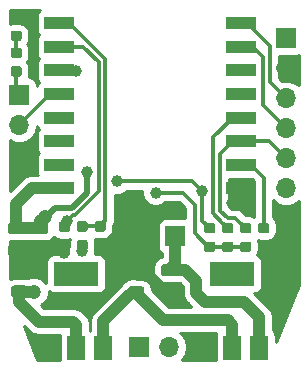
<source format=gbr>
G04 #@! TF.GenerationSoftware,KiCad,Pcbnew,5.0.0-fee4fd1~66~ubuntu16.04.1*
G04 #@! TF.CreationDate,2018-12-09T19:45:05+07:00*
G04 #@! TF.ProjectId,master_circuit,6D61737465725F636972637569742E6B,rev?*
G04 #@! TF.SameCoordinates,Original*
G04 #@! TF.FileFunction,Copper,L1,Top,Signal*
G04 #@! TF.FilePolarity,Positive*
%FSLAX46Y46*%
G04 Gerber Fmt 4.6, Leading zero omitted, Abs format (unit mm)*
G04 Created by KiCad (PCBNEW 5.0.0-fee4fd1~66~ubuntu16.04.1) date Sun Dec  9 19:45:05 2018*
%MOMM*%
%LPD*%
G01*
G04 APERTURE LIST*
G04 #@! TA.AperFunction,SMDPad,CuDef*
%ADD10R,2.500000X1.100000*%
G04 #@! TD*
G04 #@! TA.AperFunction,Conductor*
%ADD11C,0.100000*%
G04 #@! TD*
G04 #@! TA.AperFunction,SMDPad,CuDef*
%ADD12C,0.975000*%
G04 #@! TD*
G04 #@! TA.AperFunction,SMDPad,CuDef*
%ADD13C,0.875000*%
G04 #@! TD*
G04 #@! TA.AperFunction,ComponentPad*
%ADD14R,1.700000X1.700000*%
G04 #@! TD*
G04 #@! TA.AperFunction,ComponentPad*
%ADD15O,1.700000X1.700000*%
G04 #@! TD*
G04 #@! TA.AperFunction,SMDPad,CuDef*
%ADD16R,3.800000X2.000000*%
G04 #@! TD*
G04 #@! TA.AperFunction,SMDPad,CuDef*
%ADD17R,1.500000X2.000000*%
G04 #@! TD*
G04 #@! TA.AperFunction,ViaPad*
%ADD18C,1.000000*%
G04 #@! TD*
G04 #@! TA.AperFunction,ViaPad*
%ADD19C,0.800000*%
G04 #@! TD*
G04 #@! TA.AperFunction,ViaPad*
%ADD20C,1.200000*%
G04 #@! TD*
G04 #@! TA.AperFunction,Conductor*
%ADD21C,0.500000*%
G04 #@! TD*
G04 #@! TA.AperFunction,Conductor*
%ADD22C,0.300000*%
G04 #@! TD*
G04 #@! TA.AperFunction,Conductor*
%ADD23C,1.000000*%
G04 #@! TD*
G04 #@! TA.AperFunction,Conductor*
%ADD24C,0.254000*%
G04 #@! TD*
G04 APERTURE END LIST*
D10*
G04 #@! TO.P,U1,1*
G04 #@! TO.N,RST*
X149160000Y-62230000D03*
G04 #@! TO.P,U1,2*
G04 #@! TO.N,ADC*
X149160000Y-64230000D03*
G04 #@! TO.P,U1,3*
G04 #@! TO.N,EN*
X149160000Y-66230000D03*
G04 #@! TO.P,U1,4*
G04 #@! TO.N,IO16*
X149160000Y-68230000D03*
G04 #@! TO.P,U1,5*
G04 #@! TO.N,N/C*
X149160000Y-70230000D03*
G04 #@! TO.P,U1,6*
X149160000Y-72230000D03*
G04 #@! TO.P,U1,7*
X149160000Y-74230000D03*
G04 #@! TO.P,U1,8*
G04 #@! TO.N,+3V3*
X149160000Y-76230000D03*
G04 #@! TO.P,U1,9*
G04 #@! TO.N,GND*
X164560000Y-76230000D03*
G04 #@! TO.P,U1,10*
G04 #@! TO.N,IO15*
X164560000Y-74230000D03*
G04 #@! TO.P,U1,11*
G04 #@! TO.N,IO0*
X164560000Y-72230000D03*
G04 #@! TO.P,U1,12*
G04 #@! TO.N,IO2*
X164560000Y-70230000D03*
G04 #@! TO.P,U1,13*
G04 #@! TO.N,N/C*
X164560000Y-68230000D03*
G04 #@! TO.P,U1,14*
X164560000Y-66230000D03*
G04 #@! TO.P,U1,15*
G04 #@! TO.N,RXD*
X164560000Y-64230000D03*
G04 #@! TO.P,U1,16*
G04 #@! TO.N,TXD*
X164560000Y-62230000D03*
G04 #@! TD*
D11*
G04 #@! TO.N,GND*
G04 #@! TO.C,C1*
G36*
X148054142Y-80969174D02*
X148077803Y-80972684D01*
X148101007Y-80978496D01*
X148123529Y-80986554D01*
X148145153Y-80996782D01*
X148165670Y-81009079D01*
X148184883Y-81023329D01*
X148202607Y-81039393D01*
X148218671Y-81057117D01*
X148232921Y-81076330D01*
X148245218Y-81096847D01*
X148255446Y-81118471D01*
X148263504Y-81140993D01*
X148269316Y-81164197D01*
X148272826Y-81187858D01*
X148274000Y-81211750D01*
X148274000Y-81699250D01*
X148272826Y-81723142D01*
X148269316Y-81746803D01*
X148263504Y-81770007D01*
X148255446Y-81792529D01*
X148245218Y-81814153D01*
X148232921Y-81834670D01*
X148218671Y-81853883D01*
X148202607Y-81871607D01*
X148184883Y-81887671D01*
X148165670Y-81901921D01*
X148145153Y-81914218D01*
X148123529Y-81924446D01*
X148101007Y-81932504D01*
X148077803Y-81938316D01*
X148054142Y-81941826D01*
X148030250Y-81943000D01*
X147117750Y-81943000D01*
X147093858Y-81941826D01*
X147070197Y-81938316D01*
X147046993Y-81932504D01*
X147024471Y-81924446D01*
X147002847Y-81914218D01*
X146982330Y-81901921D01*
X146963117Y-81887671D01*
X146945393Y-81871607D01*
X146929329Y-81853883D01*
X146915079Y-81834670D01*
X146902782Y-81814153D01*
X146892554Y-81792529D01*
X146884496Y-81770007D01*
X146878684Y-81746803D01*
X146875174Y-81723142D01*
X146874000Y-81699250D01*
X146874000Y-81211750D01*
X146875174Y-81187858D01*
X146878684Y-81164197D01*
X146884496Y-81140993D01*
X146892554Y-81118471D01*
X146902782Y-81096847D01*
X146915079Y-81076330D01*
X146929329Y-81057117D01*
X146945393Y-81039393D01*
X146963117Y-81023329D01*
X146982330Y-81009079D01*
X147002847Y-80996782D01*
X147024471Y-80986554D01*
X147046993Y-80978496D01*
X147070197Y-80972684D01*
X147093858Y-80969174D01*
X147117750Y-80968000D01*
X148030250Y-80968000D01*
X148054142Y-80969174D01*
X148054142Y-80969174D01*
G37*
D12*
G04 #@! TD*
G04 #@! TO.P,C1,2*
G04 #@! TO.N,GND*
X147574000Y-81455500D03*
D11*
G04 #@! TO.N,+3V3*
G04 #@! TO.C,C1*
G36*
X148054142Y-79094174D02*
X148077803Y-79097684D01*
X148101007Y-79103496D01*
X148123529Y-79111554D01*
X148145153Y-79121782D01*
X148165670Y-79134079D01*
X148184883Y-79148329D01*
X148202607Y-79164393D01*
X148218671Y-79182117D01*
X148232921Y-79201330D01*
X148245218Y-79221847D01*
X148255446Y-79243471D01*
X148263504Y-79265993D01*
X148269316Y-79289197D01*
X148272826Y-79312858D01*
X148274000Y-79336750D01*
X148274000Y-79824250D01*
X148272826Y-79848142D01*
X148269316Y-79871803D01*
X148263504Y-79895007D01*
X148255446Y-79917529D01*
X148245218Y-79939153D01*
X148232921Y-79959670D01*
X148218671Y-79978883D01*
X148202607Y-79996607D01*
X148184883Y-80012671D01*
X148165670Y-80026921D01*
X148145153Y-80039218D01*
X148123529Y-80049446D01*
X148101007Y-80057504D01*
X148077803Y-80063316D01*
X148054142Y-80066826D01*
X148030250Y-80068000D01*
X147117750Y-80068000D01*
X147093858Y-80066826D01*
X147070197Y-80063316D01*
X147046993Y-80057504D01*
X147024471Y-80049446D01*
X147002847Y-80039218D01*
X146982330Y-80026921D01*
X146963117Y-80012671D01*
X146945393Y-79996607D01*
X146929329Y-79978883D01*
X146915079Y-79959670D01*
X146902782Y-79939153D01*
X146892554Y-79917529D01*
X146884496Y-79895007D01*
X146878684Y-79871803D01*
X146875174Y-79848142D01*
X146874000Y-79824250D01*
X146874000Y-79336750D01*
X146875174Y-79312858D01*
X146878684Y-79289197D01*
X146884496Y-79265993D01*
X146892554Y-79243471D01*
X146902782Y-79221847D01*
X146915079Y-79201330D01*
X146929329Y-79182117D01*
X146945393Y-79164393D01*
X146963117Y-79148329D01*
X146982330Y-79134079D01*
X147002847Y-79121782D01*
X147024471Y-79111554D01*
X147046993Y-79103496D01*
X147070197Y-79097684D01*
X147093858Y-79094174D01*
X147117750Y-79093000D01*
X148030250Y-79093000D01*
X148054142Y-79094174D01*
X148054142Y-79094174D01*
G37*
D12*
G04 #@! TD*
G04 #@! TO.P,C1,1*
G04 #@! TO.N,+3V3*
X147574000Y-79580500D03*
D11*
G04 #@! TO.N,+3V3*
G04 #@! TO.C,C2*
G36*
X146022142Y-79094174D02*
X146045803Y-79097684D01*
X146069007Y-79103496D01*
X146091529Y-79111554D01*
X146113153Y-79121782D01*
X146133670Y-79134079D01*
X146152883Y-79148329D01*
X146170607Y-79164393D01*
X146186671Y-79182117D01*
X146200921Y-79201330D01*
X146213218Y-79221847D01*
X146223446Y-79243471D01*
X146231504Y-79265993D01*
X146237316Y-79289197D01*
X146240826Y-79312858D01*
X146242000Y-79336750D01*
X146242000Y-79824250D01*
X146240826Y-79848142D01*
X146237316Y-79871803D01*
X146231504Y-79895007D01*
X146223446Y-79917529D01*
X146213218Y-79939153D01*
X146200921Y-79959670D01*
X146186671Y-79978883D01*
X146170607Y-79996607D01*
X146152883Y-80012671D01*
X146133670Y-80026921D01*
X146113153Y-80039218D01*
X146091529Y-80049446D01*
X146069007Y-80057504D01*
X146045803Y-80063316D01*
X146022142Y-80066826D01*
X145998250Y-80068000D01*
X145085750Y-80068000D01*
X145061858Y-80066826D01*
X145038197Y-80063316D01*
X145014993Y-80057504D01*
X144992471Y-80049446D01*
X144970847Y-80039218D01*
X144950330Y-80026921D01*
X144931117Y-80012671D01*
X144913393Y-79996607D01*
X144897329Y-79978883D01*
X144883079Y-79959670D01*
X144870782Y-79939153D01*
X144860554Y-79917529D01*
X144852496Y-79895007D01*
X144846684Y-79871803D01*
X144843174Y-79848142D01*
X144842000Y-79824250D01*
X144842000Y-79336750D01*
X144843174Y-79312858D01*
X144846684Y-79289197D01*
X144852496Y-79265993D01*
X144860554Y-79243471D01*
X144870782Y-79221847D01*
X144883079Y-79201330D01*
X144897329Y-79182117D01*
X144913393Y-79164393D01*
X144931117Y-79148329D01*
X144950330Y-79134079D01*
X144970847Y-79121782D01*
X144992471Y-79111554D01*
X145014993Y-79103496D01*
X145038197Y-79097684D01*
X145061858Y-79094174D01*
X145085750Y-79093000D01*
X145998250Y-79093000D01*
X146022142Y-79094174D01*
X146022142Y-79094174D01*
G37*
D12*
G04 #@! TD*
G04 #@! TO.P,C2,1*
G04 #@! TO.N,+3V3*
X145542000Y-79580500D03*
D11*
G04 #@! TO.N,GND*
G04 #@! TO.C,C2*
G36*
X146022142Y-80969174D02*
X146045803Y-80972684D01*
X146069007Y-80978496D01*
X146091529Y-80986554D01*
X146113153Y-80996782D01*
X146133670Y-81009079D01*
X146152883Y-81023329D01*
X146170607Y-81039393D01*
X146186671Y-81057117D01*
X146200921Y-81076330D01*
X146213218Y-81096847D01*
X146223446Y-81118471D01*
X146231504Y-81140993D01*
X146237316Y-81164197D01*
X146240826Y-81187858D01*
X146242000Y-81211750D01*
X146242000Y-81699250D01*
X146240826Y-81723142D01*
X146237316Y-81746803D01*
X146231504Y-81770007D01*
X146223446Y-81792529D01*
X146213218Y-81814153D01*
X146200921Y-81834670D01*
X146186671Y-81853883D01*
X146170607Y-81871607D01*
X146152883Y-81887671D01*
X146133670Y-81901921D01*
X146113153Y-81914218D01*
X146091529Y-81924446D01*
X146069007Y-81932504D01*
X146045803Y-81938316D01*
X146022142Y-81941826D01*
X145998250Y-81943000D01*
X145085750Y-81943000D01*
X145061858Y-81941826D01*
X145038197Y-81938316D01*
X145014993Y-81932504D01*
X144992471Y-81924446D01*
X144970847Y-81914218D01*
X144950330Y-81901921D01*
X144931117Y-81887671D01*
X144913393Y-81871607D01*
X144897329Y-81853883D01*
X144883079Y-81834670D01*
X144870782Y-81814153D01*
X144860554Y-81792529D01*
X144852496Y-81770007D01*
X144846684Y-81746803D01*
X144843174Y-81723142D01*
X144842000Y-81699250D01*
X144842000Y-81211750D01*
X144843174Y-81187858D01*
X144846684Y-81164197D01*
X144852496Y-81140993D01*
X144860554Y-81118471D01*
X144870782Y-81096847D01*
X144883079Y-81076330D01*
X144897329Y-81057117D01*
X144913393Y-81039393D01*
X144931117Y-81023329D01*
X144950330Y-81009079D01*
X144970847Y-80996782D01*
X144992471Y-80986554D01*
X145014993Y-80978496D01*
X145038197Y-80972684D01*
X145061858Y-80969174D01*
X145085750Y-80968000D01*
X145998250Y-80968000D01*
X146022142Y-80969174D01*
X146022142Y-80969174D01*
G37*
D12*
G04 #@! TD*
G04 #@! TO.P,C2,2*
G04 #@! TO.N,GND*
X145542000Y-81455500D03*
D11*
G04 #@! TO.N,RST*
G04 #@! TO.C,C3*
G36*
X152931691Y-79014553D02*
X152952926Y-79017703D01*
X152973750Y-79022919D01*
X152993962Y-79030151D01*
X153013368Y-79039330D01*
X153031781Y-79050366D01*
X153049024Y-79063154D01*
X153064930Y-79077570D01*
X153079346Y-79093476D01*
X153092134Y-79110719D01*
X153103170Y-79129132D01*
X153112349Y-79148538D01*
X153119581Y-79168750D01*
X153124797Y-79189574D01*
X153127947Y-79210809D01*
X153129000Y-79232250D01*
X153129000Y-79669750D01*
X153127947Y-79691191D01*
X153124797Y-79712426D01*
X153119581Y-79733250D01*
X153112349Y-79753462D01*
X153103170Y-79772868D01*
X153092134Y-79791281D01*
X153079346Y-79808524D01*
X153064930Y-79824430D01*
X153049024Y-79838846D01*
X153031781Y-79851634D01*
X153013368Y-79862670D01*
X152993962Y-79871849D01*
X152973750Y-79879081D01*
X152952926Y-79884297D01*
X152931691Y-79887447D01*
X152910250Y-79888500D01*
X152397750Y-79888500D01*
X152376309Y-79887447D01*
X152355074Y-79884297D01*
X152334250Y-79879081D01*
X152314038Y-79871849D01*
X152294632Y-79862670D01*
X152276219Y-79851634D01*
X152258976Y-79838846D01*
X152243070Y-79824430D01*
X152228654Y-79808524D01*
X152215866Y-79791281D01*
X152204830Y-79772868D01*
X152195651Y-79753462D01*
X152188419Y-79733250D01*
X152183203Y-79712426D01*
X152180053Y-79691191D01*
X152179000Y-79669750D01*
X152179000Y-79232250D01*
X152180053Y-79210809D01*
X152183203Y-79189574D01*
X152188419Y-79168750D01*
X152195651Y-79148538D01*
X152204830Y-79129132D01*
X152215866Y-79110719D01*
X152228654Y-79093476D01*
X152243070Y-79077570D01*
X152258976Y-79063154D01*
X152276219Y-79050366D01*
X152294632Y-79039330D01*
X152314038Y-79030151D01*
X152334250Y-79022919D01*
X152355074Y-79017703D01*
X152376309Y-79014553D01*
X152397750Y-79013500D01*
X152910250Y-79013500D01*
X152931691Y-79014553D01*
X152931691Y-79014553D01*
G37*
D13*
G04 #@! TD*
G04 #@! TO.P,C3,1*
G04 #@! TO.N,RST*
X152654000Y-79451000D03*
D11*
G04 #@! TO.N,GND*
G04 #@! TO.C,C3*
G36*
X152931691Y-80589553D02*
X152952926Y-80592703D01*
X152973750Y-80597919D01*
X152993962Y-80605151D01*
X153013368Y-80614330D01*
X153031781Y-80625366D01*
X153049024Y-80638154D01*
X153064930Y-80652570D01*
X153079346Y-80668476D01*
X153092134Y-80685719D01*
X153103170Y-80704132D01*
X153112349Y-80723538D01*
X153119581Y-80743750D01*
X153124797Y-80764574D01*
X153127947Y-80785809D01*
X153129000Y-80807250D01*
X153129000Y-81244750D01*
X153127947Y-81266191D01*
X153124797Y-81287426D01*
X153119581Y-81308250D01*
X153112349Y-81328462D01*
X153103170Y-81347868D01*
X153092134Y-81366281D01*
X153079346Y-81383524D01*
X153064930Y-81399430D01*
X153049024Y-81413846D01*
X153031781Y-81426634D01*
X153013368Y-81437670D01*
X152993962Y-81446849D01*
X152973750Y-81454081D01*
X152952926Y-81459297D01*
X152931691Y-81462447D01*
X152910250Y-81463500D01*
X152397750Y-81463500D01*
X152376309Y-81462447D01*
X152355074Y-81459297D01*
X152334250Y-81454081D01*
X152314038Y-81446849D01*
X152294632Y-81437670D01*
X152276219Y-81426634D01*
X152258976Y-81413846D01*
X152243070Y-81399430D01*
X152228654Y-81383524D01*
X152215866Y-81366281D01*
X152204830Y-81347868D01*
X152195651Y-81328462D01*
X152188419Y-81308250D01*
X152183203Y-81287426D01*
X152180053Y-81266191D01*
X152179000Y-81244750D01*
X152179000Y-80807250D01*
X152180053Y-80785809D01*
X152183203Y-80764574D01*
X152188419Y-80743750D01*
X152195651Y-80723538D01*
X152204830Y-80704132D01*
X152215866Y-80685719D01*
X152228654Y-80668476D01*
X152243070Y-80652570D01*
X152258976Y-80638154D01*
X152276219Y-80625366D01*
X152294632Y-80614330D01*
X152314038Y-80605151D01*
X152334250Y-80597919D01*
X152355074Y-80592703D01*
X152376309Y-80589553D01*
X152397750Y-80588500D01*
X152910250Y-80588500D01*
X152931691Y-80589553D01*
X152931691Y-80589553D01*
G37*
D13*
G04 #@! TD*
G04 #@! TO.P,C3,2*
G04 #@! TO.N,GND*
X152654000Y-81026000D03*
D11*
G04 #@! TO.N,GND*
G04 #@! TO.C,C4*
G36*
X158976142Y-84525174D02*
X158999803Y-84528684D01*
X159023007Y-84534496D01*
X159045529Y-84542554D01*
X159067153Y-84552782D01*
X159087670Y-84565079D01*
X159106883Y-84579329D01*
X159124607Y-84595393D01*
X159140671Y-84613117D01*
X159154921Y-84632330D01*
X159167218Y-84652847D01*
X159177446Y-84674471D01*
X159185504Y-84696993D01*
X159191316Y-84720197D01*
X159194826Y-84743858D01*
X159196000Y-84767750D01*
X159196000Y-85255250D01*
X159194826Y-85279142D01*
X159191316Y-85302803D01*
X159185504Y-85326007D01*
X159177446Y-85348529D01*
X159167218Y-85370153D01*
X159154921Y-85390670D01*
X159140671Y-85409883D01*
X159124607Y-85427607D01*
X159106883Y-85443671D01*
X159087670Y-85457921D01*
X159067153Y-85470218D01*
X159045529Y-85480446D01*
X159023007Y-85488504D01*
X158999803Y-85494316D01*
X158976142Y-85497826D01*
X158952250Y-85499000D01*
X158039750Y-85499000D01*
X158015858Y-85497826D01*
X157992197Y-85494316D01*
X157968993Y-85488504D01*
X157946471Y-85480446D01*
X157924847Y-85470218D01*
X157904330Y-85457921D01*
X157885117Y-85443671D01*
X157867393Y-85427607D01*
X157851329Y-85409883D01*
X157837079Y-85390670D01*
X157824782Y-85370153D01*
X157814554Y-85348529D01*
X157806496Y-85326007D01*
X157800684Y-85302803D01*
X157797174Y-85279142D01*
X157796000Y-85255250D01*
X157796000Y-84767750D01*
X157797174Y-84743858D01*
X157800684Y-84720197D01*
X157806496Y-84696993D01*
X157814554Y-84674471D01*
X157824782Y-84652847D01*
X157837079Y-84632330D01*
X157851329Y-84613117D01*
X157867393Y-84595393D01*
X157885117Y-84579329D01*
X157904330Y-84565079D01*
X157924847Y-84552782D01*
X157946471Y-84542554D01*
X157968993Y-84534496D01*
X157992197Y-84528684D01*
X158015858Y-84525174D01*
X158039750Y-84524000D01*
X158952250Y-84524000D01*
X158976142Y-84525174D01*
X158976142Y-84525174D01*
G37*
D12*
G04 #@! TD*
G04 #@! TO.P,C4,2*
G04 #@! TO.N,GND*
X158496000Y-85011500D03*
D11*
G04 #@! TO.N,BAT*
G04 #@! TO.C,C4*
G36*
X158976142Y-82650174D02*
X158999803Y-82653684D01*
X159023007Y-82659496D01*
X159045529Y-82667554D01*
X159067153Y-82677782D01*
X159087670Y-82690079D01*
X159106883Y-82704329D01*
X159124607Y-82720393D01*
X159140671Y-82738117D01*
X159154921Y-82757330D01*
X159167218Y-82777847D01*
X159177446Y-82799471D01*
X159185504Y-82821993D01*
X159191316Y-82845197D01*
X159194826Y-82868858D01*
X159196000Y-82892750D01*
X159196000Y-83380250D01*
X159194826Y-83404142D01*
X159191316Y-83427803D01*
X159185504Y-83451007D01*
X159177446Y-83473529D01*
X159167218Y-83495153D01*
X159154921Y-83515670D01*
X159140671Y-83534883D01*
X159124607Y-83552607D01*
X159106883Y-83568671D01*
X159087670Y-83582921D01*
X159067153Y-83595218D01*
X159045529Y-83605446D01*
X159023007Y-83613504D01*
X158999803Y-83619316D01*
X158976142Y-83622826D01*
X158952250Y-83624000D01*
X158039750Y-83624000D01*
X158015858Y-83622826D01*
X157992197Y-83619316D01*
X157968993Y-83613504D01*
X157946471Y-83605446D01*
X157924847Y-83595218D01*
X157904330Y-83582921D01*
X157885117Y-83568671D01*
X157867393Y-83552607D01*
X157851329Y-83534883D01*
X157837079Y-83515670D01*
X157824782Y-83495153D01*
X157814554Y-83473529D01*
X157806496Y-83451007D01*
X157800684Y-83427803D01*
X157797174Y-83404142D01*
X157796000Y-83380250D01*
X157796000Y-82892750D01*
X157797174Y-82868858D01*
X157800684Y-82845197D01*
X157806496Y-82821993D01*
X157814554Y-82799471D01*
X157824782Y-82777847D01*
X157837079Y-82757330D01*
X157851329Y-82738117D01*
X157867393Y-82720393D01*
X157885117Y-82704329D01*
X157904330Y-82690079D01*
X157924847Y-82677782D01*
X157946471Y-82667554D01*
X157968993Y-82659496D01*
X157992197Y-82653684D01*
X158015858Y-82650174D01*
X158039750Y-82649000D01*
X158952250Y-82649000D01*
X158976142Y-82650174D01*
X158976142Y-82650174D01*
G37*
D12*
G04 #@! TD*
G04 #@! TO.P,C4,1*
G04 #@! TO.N,BAT*
X158496000Y-83136500D03*
D11*
G04 #@! TO.N,GND*
G04 #@! TO.C,C6*
G36*
X156182142Y-82650174D02*
X156205803Y-82653684D01*
X156229007Y-82659496D01*
X156251529Y-82667554D01*
X156273153Y-82677782D01*
X156293670Y-82690079D01*
X156312883Y-82704329D01*
X156330607Y-82720393D01*
X156346671Y-82738117D01*
X156360921Y-82757330D01*
X156373218Y-82777847D01*
X156383446Y-82799471D01*
X156391504Y-82821993D01*
X156397316Y-82845197D01*
X156400826Y-82868858D01*
X156402000Y-82892750D01*
X156402000Y-83380250D01*
X156400826Y-83404142D01*
X156397316Y-83427803D01*
X156391504Y-83451007D01*
X156383446Y-83473529D01*
X156373218Y-83495153D01*
X156360921Y-83515670D01*
X156346671Y-83534883D01*
X156330607Y-83552607D01*
X156312883Y-83568671D01*
X156293670Y-83582921D01*
X156273153Y-83595218D01*
X156251529Y-83605446D01*
X156229007Y-83613504D01*
X156205803Y-83619316D01*
X156182142Y-83622826D01*
X156158250Y-83624000D01*
X155245750Y-83624000D01*
X155221858Y-83622826D01*
X155198197Y-83619316D01*
X155174993Y-83613504D01*
X155152471Y-83605446D01*
X155130847Y-83595218D01*
X155110330Y-83582921D01*
X155091117Y-83568671D01*
X155073393Y-83552607D01*
X155057329Y-83534883D01*
X155043079Y-83515670D01*
X155030782Y-83495153D01*
X155020554Y-83473529D01*
X155012496Y-83451007D01*
X155006684Y-83427803D01*
X155003174Y-83404142D01*
X155002000Y-83380250D01*
X155002000Y-82892750D01*
X155003174Y-82868858D01*
X155006684Y-82845197D01*
X155012496Y-82821993D01*
X155020554Y-82799471D01*
X155030782Y-82777847D01*
X155043079Y-82757330D01*
X155057329Y-82738117D01*
X155073393Y-82720393D01*
X155091117Y-82704329D01*
X155110330Y-82690079D01*
X155130847Y-82677782D01*
X155152471Y-82667554D01*
X155174993Y-82659496D01*
X155198197Y-82653684D01*
X155221858Y-82650174D01*
X155245750Y-82649000D01*
X156158250Y-82649000D01*
X156182142Y-82650174D01*
X156182142Y-82650174D01*
G37*
D12*
G04 #@! TD*
G04 #@! TO.P,C6,2*
G04 #@! TO.N,GND*
X155702000Y-83136500D03*
D11*
G04 #@! TO.N,+5V*
G04 #@! TO.C,C6*
G36*
X156182142Y-84525174D02*
X156205803Y-84528684D01*
X156229007Y-84534496D01*
X156251529Y-84542554D01*
X156273153Y-84552782D01*
X156293670Y-84565079D01*
X156312883Y-84579329D01*
X156330607Y-84595393D01*
X156346671Y-84613117D01*
X156360921Y-84632330D01*
X156373218Y-84652847D01*
X156383446Y-84674471D01*
X156391504Y-84696993D01*
X156397316Y-84720197D01*
X156400826Y-84743858D01*
X156402000Y-84767750D01*
X156402000Y-85255250D01*
X156400826Y-85279142D01*
X156397316Y-85302803D01*
X156391504Y-85326007D01*
X156383446Y-85348529D01*
X156373218Y-85370153D01*
X156360921Y-85390670D01*
X156346671Y-85409883D01*
X156330607Y-85427607D01*
X156312883Y-85443671D01*
X156293670Y-85457921D01*
X156273153Y-85470218D01*
X156251529Y-85480446D01*
X156229007Y-85488504D01*
X156205803Y-85494316D01*
X156182142Y-85497826D01*
X156158250Y-85499000D01*
X155245750Y-85499000D01*
X155221858Y-85497826D01*
X155198197Y-85494316D01*
X155174993Y-85488504D01*
X155152471Y-85480446D01*
X155130847Y-85470218D01*
X155110330Y-85457921D01*
X155091117Y-85443671D01*
X155073393Y-85427607D01*
X155057329Y-85409883D01*
X155043079Y-85390670D01*
X155030782Y-85370153D01*
X155020554Y-85348529D01*
X155012496Y-85326007D01*
X155006684Y-85302803D01*
X155003174Y-85279142D01*
X155002000Y-85255250D01*
X155002000Y-84767750D01*
X155003174Y-84743858D01*
X155006684Y-84720197D01*
X155012496Y-84696993D01*
X155020554Y-84674471D01*
X155030782Y-84652847D01*
X155043079Y-84632330D01*
X155057329Y-84613117D01*
X155073393Y-84595393D01*
X155091117Y-84579329D01*
X155110330Y-84565079D01*
X155130847Y-84552782D01*
X155152471Y-84542554D01*
X155174993Y-84534496D01*
X155198197Y-84528684D01*
X155221858Y-84525174D01*
X155245750Y-84524000D01*
X156158250Y-84524000D01*
X156182142Y-84525174D01*
X156182142Y-84525174D01*
G37*
D12*
G04 #@! TD*
G04 #@! TO.P,C6,1*
G04 #@! TO.N,+5V*
X155702000Y-85011500D03*
D11*
G04 #@! TO.N,+3V3*
G04 #@! TO.C,C7*
G36*
X146276142Y-84446674D02*
X146299803Y-84450184D01*
X146323007Y-84455996D01*
X146345529Y-84464054D01*
X146367153Y-84474282D01*
X146387670Y-84486579D01*
X146406883Y-84500829D01*
X146424607Y-84516893D01*
X146440671Y-84534617D01*
X146454921Y-84553830D01*
X146467218Y-84574347D01*
X146477446Y-84595971D01*
X146485504Y-84618493D01*
X146491316Y-84641697D01*
X146494826Y-84665358D01*
X146496000Y-84689250D01*
X146496000Y-85176750D01*
X146494826Y-85200642D01*
X146491316Y-85224303D01*
X146485504Y-85247507D01*
X146477446Y-85270029D01*
X146467218Y-85291653D01*
X146454921Y-85312170D01*
X146440671Y-85331383D01*
X146424607Y-85349107D01*
X146406883Y-85365171D01*
X146387670Y-85379421D01*
X146367153Y-85391718D01*
X146345529Y-85401946D01*
X146323007Y-85410004D01*
X146299803Y-85415816D01*
X146276142Y-85419326D01*
X146252250Y-85420500D01*
X145339750Y-85420500D01*
X145315858Y-85419326D01*
X145292197Y-85415816D01*
X145268993Y-85410004D01*
X145246471Y-85401946D01*
X145224847Y-85391718D01*
X145204330Y-85379421D01*
X145185117Y-85365171D01*
X145167393Y-85349107D01*
X145151329Y-85331383D01*
X145137079Y-85312170D01*
X145124782Y-85291653D01*
X145114554Y-85270029D01*
X145106496Y-85247507D01*
X145100684Y-85224303D01*
X145097174Y-85200642D01*
X145096000Y-85176750D01*
X145096000Y-84689250D01*
X145097174Y-84665358D01*
X145100684Y-84641697D01*
X145106496Y-84618493D01*
X145114554Y-84595971D01*
X145124782Y-84574347D01*
X145137079Y-84553830D01*
X145151329Y-84534617D01*
X145167393Y-84516893D01*
X145185117Y-84500829D01*
X145204330Y-84486579D01*
X145224847Y-84474282D01*
X145246471Y-84464054D01*
X145268993Y-84455996D01*
X145292197Y-84450184D01*
X145315858Y-84446674D01*
X145339750Y-84445500D01*
X146252250Y-84445500D01*
X146276142Y-84446674D01*
X146276142Y-84446674D01*
G37*
D12*
G04 #@! TD*
G04 #@! TO.P,C7,1*
G04 #@! TO.N,+3V3*
X145796000Y-84933000D03*
D11*
G04 #@! TO.N,GND*
G04 #@! TO.C,C7*
G36*
X146276142Y-82571674D02*
X146299803Y-82575184D01*
X146323007Y-82580996D01*
X146345529Y-82589054D01*
X146367153Y-82599282D01*
X146387670Y-82611579D01*
X146406883Y-82625829D01*
X146424607Y-82641893D01*
X146440671Y-82659617D01*
X146454921Y-82678830D01*
X146467218Y-82699347D01*
X146477446Y-82720971D01*
X146485504Y-82743493D01*
X146491316Y-82766697D01*
X146494826Y-82790358D01*
X146496000Y-82814250D01*
X146496000Y-83301750D01*
X146494826Y-83325642D01*
X146491316Y-83349303D01*
X146485504Y-83372507D01*
X146477446Y-83395029D01*
X146467218Y-83416653D01*
X146454921Y-83437170D01*
X146440671Y-83456383D01*
X146424607Y-83474107D01*
X146406883Y-83490171D01*
X146387670Y-83504421D01*
X146367153Y-83516718D01*
X146345529Y-83526946D01*
X146323007Y-83535004D01*
X146299803Y-83540816D01*
X146276142Y-83544326D01*
X146252250Y-83545500D01*
X145339750Y-83545500D01*
X145315858Y-83544326D01*
X145292197Y-83540816D01*
X145268993Y-83535004D01*
X145246471Y-83526946D01*
X145224847Y-83516718D01*
X145204330Y-83504421D01*
X145185117Y-83490171D01*
X145167393Y-83474107D01*
X145151329Y-83456383D01*
X145137079Y-83437170D01*
X145124782Y-83416653D01*
X145114554Y-83395029D01*
X145106496Y-83372507D01*
X145100684Y-83349303D01*
X145097174Y-83325642D01*
X145096000Y-83301750D01*
X145096000Y-82814250D01*
X145097174Y-82790358D01*
X145100684Y-82766697D01*
X145106496Y-82743493D01*
X145114554Y-82720971D01*
X145124782Y-82699347D01*
X145137079Y-82678830D01*
X145151329Y-82659617D01*
X145167393Y-82641893D01*
X145185117Y-82625829D01*
X145204330Y-82611579D01*
X145224847Y-82599282D01*
X145246471Y-82589054D01*
X145268993Y-82580996D01*
X145292197Y-82575184D01*
X145315858Y-82571674D01*
X145339750Y-82570500D01*
X146252250Y-82570500D01*
X146276142Y-82571674D01*
X146276142Y-82571674D01*
G37*
D12*
G04 #@! TD*
G04 #@! TO.P,C7,2*
G04 #@! TO.N,GND*
X145796000Y-83058000D03*
D11*
G04 #@! TO.N,Net-(D1-Pad1)*
G04 #@! TO.C,D1*
G36*
X145819691Y-64308053D02*
X145840926Y-64311203D01*
X145861750Y-64316419D01*
X145881962Y-64323651D01*
X145901368Y-64332830D01*
X145919781Y-64343866D01*
X145937024Y-64356654D01*
X145952930Y-64371070D01*
X145967346Y-64386976D01*
X145980134Y-64404219D01*
X145991170Y-64422632D01*
X146000349Y-64442038D01*
X146007581Y-64462250D01*
X146012797Y-64483074D01*
X146015947Y-64504309D01*
X146017000Y-64525750D01*
X146017000Y-64963250D01*
X146015947Y-64984691D01*
X146012797Y-65005926D01*
X146007581Y-65026750D01*
X146000349Y-65046962D01*
X145991170Y-65066368D01*
X145980134Y-65084781D01*
X145967346Y-65102024D01*
X145952930Y-65117930D01*
X145937024Y-65132346D01*
X145919781Y-65145134D01*
X145901368Y-65156170D01*
X145881962Y-65165349D01*
X145861750Y-65172581D01*
X145840926Y-65177797D01*
X145819691Y-65180947D01*
X145798250Y-65182000D01*
X145285750Y-65182000D01*
X145264309Y-65180947D01*
X145243074Y-65177797D01*
X145222250Y-65172581D01*
X145202038Y-65165349D01*
X145182632Y-65156170D01*
X145164219Y-65145134D01*
X145146976Y-65132346D01*
X145131070Y-65117930D01*
X145116654Y-65102024D01*
X145103866Y-65084781D01*
X145092830Y-65066368D01*
X145083651Y-65046962D01*
X145076419Y-65026750D01*
X145071203Y-65005926D01*
X145068053Y-64984691D01*
X145067000Y-64963250D01*
X145067000Y-64525750D01*
X145068053Y-64504309D01*
X145071203Y-64483074D01*
X145076419Y-64462250D01*
X145083651Y-64442038D01*
X145092830Y-64422632D01*
X145103866Y-64404219D01*
X145116654Y-64386976D01*
X145131070Y-64371070D01*
X145146976Y-64356654D01*
X145164219Y-64343866D01*
X145182632Y-64332830D01*
X145202038Y-64323651D01*
X145222250Y-64316419D01*
X145243074Y-64311203D01*
X145264309Y-64308053D01*
X145285750Y-64307000D01*
X145798250Y-64307000D01*
X145819691Y-64308053D01*
X145819691Y-64308053D01*
G37*
D13*
G04 #@! TD*
G04 #@! TO.P,D1,1*
G04 #@! TO.N,Net-(D1-Pad1)*
X145542000Y-64744500D03*
D11*
G04 #@! TO.N,+5V*
G04 #@! TO.C,D1*
G36*
X145819691Y-65883053D02*
X145840926Y-65886203D01*
X145861750Y-65891419D01*
X145881962Y-65898651D01*
X145901368Y-65907830D01*
X145919781Y-65918866D01*
X145937024Y-65931654D01*
X145952930Y-65946070D01*
X145967346Y-65961976D01*
X145980134Y-65979219D01*
X145991170Y-65997632D01*
X146000349Y-66017038D01*
X146007581Y-66037250D01*
X146012797Y-66058074D01*
X146015947Y-66079309D01*
X146017000Y-66100750D01*
X146017000Y-66538250D01*
X146015947Y-66559691D01*
X146012797Y-66580926D01*
X146007581Y-66601750D01*
X146000349Y-66621962D01*
X145991170Y-66641368D01*
X145980134Y-66659781D01*
X145967346Y-66677024D01*
X145952930Y-66692930D01*
X145937024Y-66707346D01*
X145919781Y-66720134D01*
X145901368Y-66731170D01*
X145881962Y-66740349D01*
X145861750Y-66747581D01*
X145840926Y-66752797D01*
X145819691Y-66755947D01*
X145798250Y-66757000D01*
X145285750Y-66757000D01*
X145264309Y-66755947D01*
X145243074Y-66752797D01*
X145222250Y-66747581D01*
X145202038Y-66740349D01*
X145182632Y-66731170D01*
X145164219Y-66720134D01*
X145146976Y-66707346D01*
X145131070Y-66692930D01*
X145116654Y-66677024D01*
X145103866Y-66659781D01*
X145092830Y-66641368D01*
X145083651Y-66621962D01*
X145076419Y-66601750D01*
X145071203Y-66580926D01*
X145068053Y-66559691D01*
X145067000Y-66538250D01*
X145067000Y-66100750D01*
X145068053Y-66079309D01*
X145071203Y-66058074D01*
X145076419Y-66037250D01*
X145083651Y-66017038D01*
X145092830Y-65997632D01*
X145103866Y-65979219D01*
X145116654Y-65961976D01*
X145131070Y-65946070D01*
X145146976Y-65931654D01*
X145164219Y-65918866D01*
X145182632Y-65907830D01*
X145202038Y-65898651D01*
X145222250Y-65891419D01*
X145243074Y-65886203D01*
X145264309Y-65883053D01*
X145285750Y-65882000D01*
X145798250Y-65882000D01*
X145819691Y-65883053D01*
X145819691Y-65883053D01*
G37*
D13*
G04 #@! TD*
G04 #@! TO.P,D1,2*
G04 #@! TO.N,+5V*
X145542000Y-66319500D03*
D14*
G04 #@! TO.P,J1,1*
G04 #@! TO.N,+3V3*
X168402000Y-63500000D03*
D15*
G04 #@! TO.P,J1,2*
G04 #@! TO.N,GND*
X168402000Y-66040000D03*
G04 #@! TO.P,J1,3*
G04 #@! TO.N,TXD*
X168402000Y-68580000D03*
G04 #@! TO.P,J1,4*
G04 #@! TO.N,RXD*
X168402000Y-71120000D03*
G04 #@! TO.P,J1,5*
G04 #@! TO.N,IO0*
X168402000Y-73660000D03*
G04 #@! TO.P,J1,6*
G04 #@! TO.N,EN*
X168402000Y-76200000D03*
G04 #@! TD*
D14*
G04 #@! TO.P,J2,1*
G04 #@! TO.N,+5V*
X145796000Y-68326000D03*
D15*
G04 #@! TO.P,J2,2*
G04 #@! TO.N,IO16*
X145796000Y-70866000D03*
G04 #@! TO.P,J2,3*
G04 #@! TO.N,GND*
X145796000Y-73406000D03*
G04 #@! TD*
D14*
G04 #@! TO.P,J3,1*
G04 #@! TO.N,+3V3*
X155956000Y-89662000D03*
D15*
G04 #@! TO.P,J3,2*
G04 #@! TO.N,ADC*
X158496000Y-89662000D03*
G04 #@! TD*
D14*
G04 #@! TO.P,J4,1*
G04 #@! TO.N,BAT*
X159004000Y-80264000D03*
D15*
G04 #@! TO.P,J4,2*
G04 #@! TO.N,GND*
X156464000Y-80264000D03*
G04 #@! TD*
D11*
G04 #@! TO.N,GND*
G04 #@! TO.C,R1*
G36*
X145819691Y-61285553D02*
X145840926Y-61288703D01*
X145861750Y-61293919D01*
X145881962Y-61301151D01*
X145901368Y-61310330D01*
X145919781Y-61321366D01*
X145937024Y-61334154D01*
X145952930Y-61348570D01*
X145967346Y-61364476D01*
X145980134Y-61381719D01*
X145991170Y-61400132D01*
X146000349Y-61419538D01*
X146007581Y-61439750D01*
X146012797Y-61460574D01*
X146015947Y-61481809D01*
X146017000Y-61503250D01*
X146017000Y-61940750D01*
X146015947Y-61962191D01*
X146012797Y-61983426D01*
X146007581Y-62004250D01*
X146000349Y-62024462D01*
X145991170Y-62043868D01*
X145980134Y-62062281D01*
X145967346Y-62079524D01*
X145952930Y-62095430D01*
X145937024Y-62109846D01*
X145919781Y-62122634D01*
X145901368Y-62133670D01*
X145881962Y-62142849D01*
X145861750Y-62150081D01*
X145840926Y-62155297D01*
X145819691Y-62158447D01*
X145798250Y-62159500D01*
X145285750Y-62159500D01*
X145264309Y-62158447D01*
X145243074Y-62155297D01*
X145222250Y-62150081D01*
X145202038Y-62142849D01*
X145182632Y-62133670D01*
X145164219Y-62122634D01*
X145146976Y-62109846D01*
X145131070Y-62095430D01*
X145116654Y-62079524D01*
X145103866Y-62062281D01*
X145092830Y-62043868D01*
X145083651Y-62024462D01*
X145076419Y-62004250D01*
X145071203Y-61983426D01*
X145068053Y-61962191D01*
X145067000Y-61940750D01*
X145067000Y-61503250D01*
X145068053Y-61481809D01*
X145071203Y-61460574D01*
X145076419Y-61439750D01*
X145083651Y-61419538D01*
X145092830Y-61400132D01*
X145103866Y-61381719D01*
X145116654Y-61364476D01*
X145131070Y-61348570D01*
X145146976Y-61334154D01*
X145164219Y-61321366D01*
X145182632Y-61310330D01*
X145202038Y-61301151D01*
X145222250Y-61293919D01*
X145243074Y-61288703D01*
X145264309Y-61285553D01*
X145285750Y-61284500D01*
X145798250Y-61284500D01*
X145819691Y-61285553D01*
X145819691Y-61285553D01*
G37*
D13*
G04 #@! TD*
G04 #@! TO.P,R1,1*
G04 #@! TO.N,GND*
X145542000Y-61722000D03*
D11*
G04 #@! TO.N,Net-(D1-Pad1)*
G04 #@! TO.C,R1*
G36*
X145819691Y-62860553D02*
X145840926Y-62863703D01*
X145861750Y-62868919D01*
X145881962Y-62876151D01*
X145901368Y-62885330D01*
X145919781Y-62896366D01*
X145937024Y-62909154D01*
X145952930Y-62923570D01*
X145967346Y-62939476D01*
X145980134Y-62956719D01*
X145991170Y-62975132D01*
X146000349Y-62994538D01*
X146007581Y-63014750D01*
X146012797Y-63035574D01*
X146015947Y-63056809D01*
X146017000Y-63078250D01*
X146017000Y-63515750D01*
X146015947Y-63537191D01*
X146012797Y-63558426D01*
X146007581Y-63579250D01*
X146000349Y-63599462D01*
X145991170Y-63618868D01*
X145980134Y-63637281D01*
X145967346Y-63654524D01*
X145952930Y-63670430D01*
X145937024Y-63684846D01*
X145919781Y-63697634D01*
X145901368Y-63708670D01*
X145881962Y-63717849D01*
X145861750Y-63725081D01*
X145840926Y-63730297D01*
X145819691Y-63733447D01*
X145798250Y-63734500D01*
X145285750Y-63734500D01*
X145264309Y-63733447D01*
X145243074Y-63730297D01*
X145222250Y-63725081D01*
X145202038Y-63717849D01*
X145182632Y-63708670D01*
X145164219Y-63697634D01*
X145146976Y-63684846D01*
X145131070Y-63670430D01*
X145116654Y-63654524D01*
X145103866Y-63637281D01*
X145092830Y-63618868D01*
X145083651Y-63599462D01*
X145076419Y-63579250D01*
X145071203Y-63558426D01*
X145068053Y-63537191D01*
X145067000Y-63515750D01*
X145067000Y-63078250D01*
X145068053Y-63056809D01*
X145071203Y-63035574D01*
X145076419Y-63014750D01*
X145083651Y-62994538D01*
X145092830Y-62975132D01*
X145103866Y-62956719D01*
X145116654Y-62939476D01*
X145131070Y-62923570D01*
X145146976Y-62909154D01*
X145164219Y-62896366D01*
X145182632Y-62885330D01*
X145202038Y-62876151D01*
X145222250Y-62868919D01*
X145243074Y-62863703D01*
X145264309Y-62860553D01*
X145285750Y-62859500D01*
X145798250Y-62859500D01*
X145819691Y-62860553D01*
X145819691Y-62860553D01*
G37*
D13*
G04 #@! TD*
G04 #@! TO.P,R1,2*
G04 #@! TO.N,Net-(D1-Pad1)*
X145542000Y-63297000D03*
D11*
G04 #@! TO.N,+3V3*
G04 #@! TO.C,R2*
G36*
X165250691Y-80742053D02*
X165271926Y-80745203D01*
X165292750Y-80750419D01*
X165312962Y-80757651D01*
X165332368Y-80766830D01*
X165350781Y-80777866D01*
X165368024Y-80790654D01*
X165383930Y-80805070D01*
X165398346Y-80820976D01*
X165411134Y-80838219D01*
X165422170Y-80856632D01*
X165431349Y-80876038D01*
X165438581Y-80896250D01*
X165443797Y-80917074D01*
X165446947Y-80938309D01*
X165448000Y-80959750D01*
X165448000Y-81397250D01*
X165446947Y-81418691D01*
X165443797Y-81439926D01*
X165438581Y-81460750D01*
X165431349Y-81480962D01*
X165422170Y-81500368D01*
X165411134Y-81518781D01*
X165398346Y-81536024D01*
X165383930Y-81551930D01*
X165368024Y-81566346D01*
X165350781Y-81579134D01*
X165332368Y-81590170D01*
X165312962Y-81599349D01*
X165292750Y-81606581D01*
X165271926Y-81611797D01*
X165250691Y-81614947D01*
X165229250Y-81616000D01*
X164716750Y-81616000D01*
X164695309Y-81614947D01*
X164674074Y-81611797D01*
X164653250Y-81606581D01*
X164633038Y-81599349D01*
X164613632Y-81590170D01*
X164595219Y-81579134D01*
X164577976Y-81566346D01*
X164562070Y-81551930D01*
X164547654Y-81536024D01*
X164534866Y-81518781D01*
X164523830Y-81500368D01*
X164514651Y-81480962D01*
X164507419Y-81460750D01*
X164502203Y-81439926D01*
X164499053Y-81418691D01*
X164498000Y-81397250D01*
X164498000Y-80959750D01*
X164499053Y-80938309D01*
X164502203Y-80917074D01*
X164507419Y-80896250D01*
X164514651Y-80876038D01*
X164523830Y-80856632D01*
X164534866Y-80838219D01*
X164547654Y-80820976D01*
X164562070Y-80805070D01*
X164577976Y-80790654D01*
X164595219Y-80777866D01*
X164613632Y-80766830D01*
X164633038Y-80757651D01*
X164653250Y-80750419D01*
X164674074Y-80745203D01*
X164695309Y-80742053D01*
X164716750Y-80741000D01*
X165229250Y-80741000D01*
X165250691Y-80742053D01*
X165250691Y-80742053D01*
G37*
D13*
G04 #@! TD*
G04 #@! TO.P,R2,2*
G04 #@! TO.N,+3V3*
X164973000Y-81178500D03*
D11*
G04 #@! TO.N,IO0*
G04 #@! TO.C,R2*
G36*
X165250691Y-79167053D02*
X165271926Y-79170203D01*
X165292750Y-79175419D01*
X165312962Y-79182651D01*
X165332368Y-79191830D01*
X165350781Y-79202866D01*
X165368024Y-79215654D01*
X165383930Y-79230070D01*
X165398346Y-79245976D01*
X165411134Y-79263219D01*
X165422170Y-79281632D01*
X165431349Y-79301038D01*
X165438581Y-79321250D01*
X165443797Y-79342074D01*
X165446947Y-79363309D01*
X165448000Y-79384750D01*
X165448000Y-79822250D01*
X165446947Y-79843691D01*
X165443797Y-79864926D01*
X165438581Y-79885750D01*
X165431349Y-79905962D01*
X165422170Y-79925368D01*
X165411134Y-79943781D01*
X165398346Y-79961024D01*
X165383930Y-79976930D01*
X165368024Y-79991346D01*
X165350781Y-80004134D01*
X165332368Y-80015170D01*
X165312962Y-80024349D01*
X165292750Y-80031581D01*
X165271926Y-80036797D01*
X165250691Y-80039947D01*
X165229250Y-80041000D01*
X164716750Y-80041000D01*
X164695309Y-80039947D01*
X164674074Y-80036797D01*
X164653250Y-80031581D01*
X164633038Y-80024349D01*
X164613632Y-80015170D01*
X164595219Y-80004134D01*
X164577976Y-79991346D01*
X164562070Y-79976930D01*
X164547654Y-79961024D01*
X164534866Y-79943781D01*
X164523830Y-79925368D01*
X164514651Y-79905962D01*
X164507419Y-79885750D01*
X164502203Y-79864926D01*
X164499053Y-79843691D01*
X164498000Y-79822250D01*
X164498000Y-79384750D01*
X164499053Y-79363309D01*
X164502203Y-79342074D01*
X164507419Y-79321250D01*
X164514651Y-79301038D01*
X164523830Y-79281632D01*
X164534866Y-79263219D01*
X164547654Y-79245976D01*
X164562070Y-79230070D01*
X164577976Y-79215654D01*
X164595219Y-79202866D01*
X164613632Y-79191830D01*
X164633038Y-79182651D01*
X164653250Y-79175419D01*
X164674074Y-79170203D01*
X164695309Y-79167053D01*
X164716750Y-79166000D01*
X165229250Y-79166000D01*
X165250691Y-79167053D01*
X165250691Y-79167053D01*
G37*
D13*
G04 #@! TD*
G04 #@! TO.P,R2,1*
G04 #@! TO.N,IO0*
X164973000Y-79603500D03*
D11*
G04 #@! TO.N,IO2*
G04 #@! TO.C,R3*
G36*
X163726691Y-79167053D02*
X163747926Y-79170203D01*
X163768750Y-79175419D01*
X163788962Y-79182651D01*
X163808368Y-79191830D01*
X163826781Y-79202866D01*
X163844024Y-79215654D01*
X163859930Y-79230070D01*
X163874346Y-79245976D01*
X163887134Y-79263219D01*
X163898170Y-79281632D01*
X163907349Y-79301038D01*
X163914581Y-79321250D01*
X163919797Y-79342074D01*
X163922947Y-79363309D01*
X163924000Y-79384750D01*
X163924000Y-79822250D01*
X163922947Y-79843691D01*
X163919797Y-79864926D01*
X163914581Y-79885750D01*
X163907349Y-79905962D01*
X163898170Y-79925368D01*
X163887134Y-79943781D01*
X163874346Y-79961024D01*
X163859930Y-79976930D01*
X163844024Y-79991346D01*
X163826781Y-80004134D01*
X163808368Y-80015170D01*
X163788962Y-80024349D01*
X163768750Y-80031581D01*
X163747926Y-80036797D01*
X163726691Y-80039947D01*
X163705250Y-80041000D01*
X163192750Y-80041000D01*
X163171309Y-80039947D01*
X163150074Y-80036797D01*
X163129250Y-80031581D01*
X163109038Y-80024349D01*
X163089632Y-80015170D01*
X163071219Y-80004134D01*
X163053976Y-79991346D01*
X163038070Y-79976930D01*
X163023654Y-79961024D01*
X163010866Y-79943781D01*
X162999830Y-79925368D01*
X162990651Y-79905962D01*
X162983419Y-79885750D01*
X162978203Y-79864926D01*
X162975053Y-79843691D01*
X162974000Y-79822250D01*
X162974000Y-79384750D01*
X162975053Y-79363309D01*
X162978203Y-79342074D01*
X162983419Y-79321250D01*
X162990651Y-79301038D01*
X162999830Y-79281632D01*
X163010866Y-79263219D01*
X163023654Y-79245976D01*
X163038070Y-79230070D01*
X163053976Y-79215654D01*
X163071219Y-79202866D01*
X163089632Y-79191830D01*
X163109038Y-79182651D01*
X163129250Y-79175419D01*
X163150074Y-79170203D01*
X163171309Y-79167053D01*
X163192750Y-79166000D01*
X163705250Y-79166000D01*
X163726691Y-79167053D01*
X163726691Y-79167053D01*
G37*
D13*
G04 #@! TD*
G04 #@! TO.P,R3,1*
G04 #@! TO.N,IO2*
X163449000Y-79603500D03*
D11*
G04 #@! TO.N,+3V3*
G04 #@! TO.C,R3*
G36*
X163726691Y-80742053D02*
X163747926Y-80745203D01*
X163768750Y-80750419D01*
X163788962Y-80757651D01*
X163808368Y-80766830D01*
X163826781Y-80777866D01*
X163844024Y-80790654D01*
X163859930Y-80805070D01*
X163874346Y-80820976D01*
X163887134Y-80838219D01*
X163898170Y-80856632D01*
X163907349Y-80876038D01*
X163914581Y-80896250D01*
X163919797Y-80917074D01*
X163922947Y-80938309D01*
X163924000Y-80959750D01*
X163924000Y-81397250D01*
X163922947Y-81418691D01*
X163919797Y-81439926D01*
X163914581Y-81460750D01*
X163907349Y-81480962D01*
X163898170Y-81500368D01*
X163887134Y-81518781D01*
X163874346Y-81536024D01*
X163859930Y-81551930D01*
X163844024Y-81566346D01*
X163826781Y-81579134D01*
X163808368Y-81590170D01*
X163788962Y-81599349D01*
X163768750Y-81606581D01*
X163747926Y-81611797D01*
X163726691Y-81614947D01*
X163705250Y-81616000D01*
X163192750Y-81616000D01*
X163171309Y-81614947D01*
X163150074Y-81611797D01*
X163129250Y-81606581D01*
X163109038Y-81599349D01*
X163089632Y-81590170D01*
X163071219Y-81579134D01*
X163053976Y-81566346D01*
X163038070Y-81551930D01*
X163023654Y-81536024D01*
X163010866Y-81518781D01*
X162999830Y-81500368D01*
X162990651Y-81480962D01*
X162983419Y-81460750D01*
X162978203Y-81439926D01*
X162975053Y-81418691D01*
X162974000Y-81397250D01*
X162974000Y-80959750D01*
X162975053Y-80938309D01*
X162978203Y-80917074D01*
X162983419Y-80896250D01*
X162990651Y-80876038D01*
X162999830Y-80856632D01*
X163010866Y-80838219D01*
X163023654Y-80820976D01*
X163038070Y-80805070D01*
X163053976Y-80790654D01*
X163071219Y-80777866D01*
X163089632Y-80766830D01*
X163109038Y-80757651D01*
X163129250Y-80750419D01*
X163150074Y-80745203D01*
X163171309Y-80742053D01*
X163192750Y-80741000D01*
X163705250Y-80741000D01*
X163726691Y-80742053D01*
X163726691Y-80742053D01*
G37*
D13*
G04 #@! TD*
G04 #@! TO.P,R3,2*
G04 #@! TO.N,+3V3*
X163449000Y-81178500D03*
D11*
G04 #@! TO.N,+3V3*
G04 #@! TO.C,R4*
G36*
X151407691Y-80589553D02*
X151428926Y-80592703D01*
X151449750Y-80597919D01*
X151469962Y-80605151D01*
X151489368Y-80614330D01*
X151507781Y-80625366D01*
X151525024Y-80638154D01*
X151540930Y-80652570D01*
X151555346Y-80668476D01*
X151568134Y-80685719D01*
X151579170Y-80704132D01*
X151588349Y-80723538D01*
X151595581Y-80743750D01*
X151600797Y-80764574D01*
X151603947Y-80785809D01*
X151605000Y-80807250D01*
X151605000Y-81244750D01*
X151603947Y-81266191D01*
X151600797Y-81287426D01*
X151595581Y-81308250D01*
X151588349Y-81328462D01*
X151579170Y-81347868D01*
X151568134Y-81366281D01*
X151555346Y-81383524D01*
X151540930Y-81399430D01*
X151525024Y-81413846D01*
X151507781Y-81426634D01*
X151489368Y-81437670D01*
X151469962Y-81446849D01*
X151449750Y-81454081D01*
X151428926Y-81459297D01*
X151407691Y-81462447D01*
X151386250Y-81463500D01*
X150873750Y-81463500D01*
X150852309Y-81462447D01*
X150831074Y-81459297D01*
X150810250Y-81454081D01*
X150790038Y-81446849D01*
X150770632Y-81437670D01*
X150752219Y-81426634D01*
X150734976Y-81413846D01*
X150719070Y-81399430D01*
X150704654Y-81383524D01*
X150691866Y-81366281D01*
X150680830Y-81347868D01*
X150671651Y-81328462D01*
X150664419Y-81308250D01*
X150659203Y-81287426D01*
X150656053Y-81266191D01*
X150655000Y-81244750D01*
X150655000Y-80807250D01*
X150656053Y-80785809D01*
X150659203Y-80764574D01*
X150664419Y-80743750D01*
X150671651Y-80723538D01*
X150680830Y-80704132D01*
X150691866Y-80685719D01*
X150704654Y-80668476D01*
X150719070Y-80652570D01*
X150734976Y-80638154D01*
X150752219Y-80625366D01*
X150770632Y-80614330D01*
X150790038Y-80605151D01*
X150810250Y-80597919D01*
X150831074Y-80592703D01*
X150852309Y-80589553D01*
X150873750Y-80588500D01*
X151386250Y-80588500D01*
X151407691Y-80589553D01*
X151407691Y-80589553D01*
G37*
D13*
G04 #@! TD*
G04 #@! TO.P,R4,2*
G04 #@! TO.N,+3V3*
X151130000Y-81026000D03*
D11*
G04 #@! TO.N,RST*
G04 #@! TO.C,R4*
G36*
X151407691Y-79014553D02*
X151428926Y-79017703D01*
X151449750Y-79022919D01*
X151469962Y-79030151D01*
X151489368Y-79039330D01*
X151507781Y-79050366D01*
X151525024Y-79063154D01*
X151540930Y-79077570D01*
X151555346Y-79093476D01*
X151568134Y-79110719D01*
X151579170Y-79129132D01*
X151588349Y-79148538D01*
X151595581Y-79168750D01*
X151600797Y-79189574D01*
X151603947Y-79210809D01*
X151605000Y-79232250D01*
X151605000Y-79669750D01*
X151603947Y-79691191D01*
X151600797Y-79712426D01*
X151595581Y-79733250D01*
X151588349Y-79753462D01*
X151579170Y-79772868D01*
X151568134Y-79791281D01*
X151555346Y-79808524D01*
X151540930Y-79824430D01*
X151525024Y-79838846D01*
X151507781Y-79851634D01*
X151489368Y-79862670D01*
X151469962Y-79871849D01*
X151449750Y-79879081D01*
X151428926Y-79884297D01*
X151407691Y-79887447D01*
X151386250Y-79888500D01*
X150873750Y-79888500D01*
X150852309Y-79887447D01*
X150831074Y-79884297D01*
X150810250Y-79879081D01*
X150790038Y-79871849D01*
X150770632Y-79862670D01*
X150752219Y-79851634D01*
X150734976Y-79838846D01*
X150719070Y-79824430D01*
X150704654Y-79808524D01*
X150691866Y-79791281D01*
X150680830Y-79772868D01*
X150671651Y-79753462D01*
X150664419Y-79733250D01*
X150659203Y-79712426D01*
X150656053Y-79691191D01*
X150655000Y-79669750D01*
X150655000Y-79232250D01*
X150656053Y-79210809D01*
X150659203Y-79189574D01*
X150664419Y-79168750D01*
X150671651Y-79148538D01*
X150680830Y-79129132D01*
X150691866Y-79110719D01*
X150704654Y-79093476D01*
X150719070Y-79077570D01*
X150734976Y-79063154D01*
X150752219Y-79050366D01*
X150770632Y-79039330D01*
X150790038Y-79030151D01*
X150810250Y-79022919D01*
X150831074Y-79017703D01*
X150852309Y-79014553D01*
X150873750Y-79013500D01*
X151386250Y-79013500D01*
X151407691Y-79014553D01*
X151407691Y-79014553D01*
G37*
D13*
G04 #@! TD*
G04 #@! TO.P,R4,1*
G04 #@! TO.N,RST*
X151130000Y-79451000D03*
D11*
G04 #@! TO.N,EN*
G04 #@! TO.C,R5*
G36*
X162202691Y-79167053D02*
X162223926Y-79170203D01*
X162244750Y-79175419D01*
X162264962Y-79182651D01*
X162284368Y-79191830D01*
X162302781Y-79202866D01*
X162320024Y-79215654D01*
X162335930Y-79230070D01*
X162350346Y-79245976D01*
X162363134Y-79263219D01*
X162374170Y-79281632D01*
X162383349Y-79301038D01*
X162390581Y-79321250D01*
X162395797Y-79342074D01*
X162398947Y-79363309D01*
X162400000Y-79384750D01*
X162400000Y-79822250D01*
X162398947Y-79843691D01*
X162395797Y-79864926D01*
X162390581Y-79885750D01*
X162383349Y-79905962D01*
X162374170Y-79925368D01*
X162363134Y-79943781D01*
X162350346Y-79961024D01*
X162335930Y-79976930D01*
X162320024Y-79991346D01*
X162302781Y-80004134D01*
X162284368Y-80015170D01*
X162264962Y-80024349D01*
X162244750Y-80031581D01*
X162223926Y-80036797D01*
X162202691Y-80039947D01*
X162181250Y-80041000D01*
X161668750Y-80041000D01*
X161647309Y-80039947D01*
X161626074Y-80036797D01*
X161605250Y-80031581D01*
X161585038Y-80024349D01*
X161565632Y-80015170D01*
X161547219Y-80004134D01*
X161529976Y-79991346D01*
X161514070Y-79976930D01*
X161499654Y-79961024D01*
X161486866Y-79943781D01*
X161475830Y-79925368D01*
X161466651Y-79905962D01*
X161459419Y-79885750D01*
X161454203Y-79864926D01*
X161451053Y-79843691D01*
X161450000Y-79822250D01*
X161450000Y-79384750D01*
X161451053Y-79363309D01*
X161454203Y-79342074D01*
X161459419Y-79321250D01*
X161466651Y-79301038D01*
X161475830Y-79281632D01*
X161486866Y-79263219D01*
X161499654Y-79245976D01*
X161514070Y-79230070D01*
X161529976Y-79215654D01*
X161547219Y-79202866D01*
X161565632Y-79191830D01*
X161585038Y-79182651D01*
X161605250Y-79175419D01*
X161626074Y-79170203D01*
X161647309Y-79167053D01*
X161668750Y-79166000D01*
X162181250Y-79166000D01*
X162202691Y-79167053D01*
X162202691Y-79167053D01*
G37*
D13*
G04 #@! TD*
G04 #@! TO.P,R5,1*
G04 #@! TO.N,EN*
X161925000Y-79603500D03*
D11*
G04 #@! TO.N,+3V3*
G04 #@! TO.C,R5*
G36*
X162202691Y-80742053D02*
X162223926Y-80745203D01*
X162244750Y-80750419D01*
X162264962Y-80757651D01*
X162284368Y-80766830D01*
X162302781Y-80777866D01*
X162320024Y-80790654D01*
X162335930Y-80805070D01*
X162350346Y-80820976D01*
X162363134Y-80838219D01*
X162374170Y-80856632D01*
X162383349Y-80876038D01*
X162390581Y-80896250D01*
X162395797Y-80917074D01*
X162398947Y-80938309D01*
X162400000Y-80959750D01*
X162400000Y-81397250D01*
X162398947Y-81418691D01*
X162395797Y-81439926D01*
X162390581Y-81460750D01*
X162383349Y-81480962D01*
X162374170Y-81500368D01*
X162363134Y-81518781D01*
X162350346Y-81536024D01*
X162335930Y-81551930D01*
X162320024Y-81566346D01*
X162302781Y-81579134D01*
X162284368Y-81590170D01*
X162264962Y-81599349D01*
X162244750Y-81606581D01*
X162223926Y-81611797D01*
X162202691Y-81614947D01*
X162181250Y-81616000D01*
X161668750Y-81616000D01*
X161647309Y-81614947D01*
X161626074Y-81611797D01*
X161605250Y-81606581D01*
X161585038Y-81599349D01*
X161565632Y-81590170D01*
X161547219Y-81579134D01*
X161529976Y-81566346D01*
X161514070Y-81551930D01*
X161499654Y-81536024D01*
X161486866Y-81518781D01*
X161475830Y-81500368D01*
X161466651Y-81480962D01*
X161459419Y-81460750D01*
X161454203Y-81439926D01*
X161451053Y-81418691D01*
X161450000Y-81397250D01*
X161450000Y-80959750D01*
X161451053Y-80938309D01*
X161454203Y-80917074D01*
X161459419Y-80896250D01*
X161466651Y-80876038D01*
X161475830Y-80856632D01*
X161486866Y-80838219D01*
X161499654Y-80820976D01*
X161514070Y-80805070D01*
X161529976Y-80790654D01*
X161547219Y-80777866D01*
X161565632Y-80766830D01*
X161585038Y-80757651D01*
X161605250Y-80750419D01*
X161626074Y-80745203D01*
X161647309Y-80742053D01*
X161668750Y-80741000D01*
X162181250Y-80741000D01*
X162202691Y-80742053D01*
X162202691Y-80742053D01*
G37*
D13*
G04 #@! TD*
G04 #@! TO.P,R5,2*
G04 #@! TO.N,+3V3*
X161925000Y-81178500D03*
D11*
G04 #@! TO.N,GND*
G04 #@! TO.C,R6*
G36*
X166774691Y-80716553D02*
X166795926Y-80719703D01*
X166816750Y-80724919D01*
X166836962Y-80732151D01*
X166856368Y-80741330D01*
X166874781Y-80752366D01*
X166892024Y-80765154D01*
X166907930Y-80779570D01*
X166922346Y-80795476D01*
X166935134Y-80812719D01*
X166946170Y-80831132D01*
X166955349Y-80850538D01*
X166962581Y-80870750D01*
X166967797Y-80891574D01*
X166970947Y-80912809D01*
X166972000Y-80934250D01*
X166972000Y-81371750D01*
X166970947Y-81393191D01*
X166967797Y-81414426D01*
X166962581Y-81435250D01*
X166955349Y-81455462D01*
X166946170Y-81474868D01*
X166935134Y-81493281D01*
X166922346Y-81510524D01*
X166907930Y-81526430D01*
X166892024Y-81540846D01*
X166874781Y-81553634D01*
X166856368Y-81564670D01*
X166836962Y-81573849D01*
X166816750Y-81581081D01*
X166795926Y-81586297D01*
X166774691Y-81589447D01*
X166753250Y-81590500D01*
X166240750Y-81590500D01*
X166219309Y-81589447D01*
X166198074Y-81586297D01*
X166177250Y-81581081D01*
X166157038Y-81573849D01*
X166137632Y-81564670D01*
X166119219Y-81553634D01*
X166101976Y-81540846D01*
X166086070Y-81526430D01*
X166071654Y-81510524D01*
X166058866Y-81493281D01*
X166047830Y-81474868D01*
X166038651Y-81455462D01*
X166031419Y-81435250D01*
X166026203Y-81414426D01*
X166023053Y-81393191D01*
X166022000Y-81371750D01*
X166022000Y-80934250D01*
X166023053Y-80912809D01*
X166026203Y-80891574D01*
X166031419Y-80870750D01*
X166038651Y-80850538D01*
X166047830Y-80831132D01*
X166058866Y-80812719D01*
X166071654Y-80795476D01*
X166086070Y-80779570D01*
X166101976Y-80765154D01*
X166119219Y-80752366D01*
X166137632Y-80741330D01*
X166157038Y-80732151D01*
X166177250Y-80724919D01*
X166198074Y-80719703D01*
X166219309Y-80716553D01*
X166240750Y-80715500D01*
X166753250Y-80715500D01*
X166774691Y-80716553D01*
X166774691Y-80716553D01*
G37*
D13*
G04 #@! TD*
G04 #@! TO.P,R6,2*
G04 #@! TO.N,GND*
X166497000Y-81153000D03*
D11*
G04 #@! TO.N,IO15*
G04 #@! TO.C,R6*
G36*
X166774691Y-79141553D02*
X166795926Y-79144703D01*
X166816750Y-79149919D01*
X166836962Y-79157151D01*
X166856368Y-79166330D01*
X166874781Y-79177366D01*
X166892024Y-79190154D01*
X166907930Y-79204570D01*
X166922346Y-79220476D01*
X166935134Y-79237719D01*
X166946170Y-79256132D01*
X166955349Y-79275538D01*
X166962581Y-79295750D01*
X166967797Y-79316574D01*
X166970947Y-79337809D01*
X166972000Y-79359250D01*
X166972000Y-79796750D01*
X166970947Y-79818191D01*
X166967797Y-79839426D01*
X166962581Y-79860250D01*
X166955349Y-79880462D01*
X166946170Y-79899868D01*
X166935134Y-79918281D01*
X166922346Y-79935524D01*
X166907930Y-79951430D01*
X166892024Y-79965846D01*
X166874781Y-79978634D01*
X166856368Y-79989670D01*
X166836962Y-79998849D01*
X166816750Y-80006081D01*
X166795926Y-80011297D01*
X166774691Y-80014447D01*
X166753250Y-80015500D01*
X166240750Y-80015500D01*
X166219309Y-80014447D01*
X166198074Y-80011297D01*
X166177250Y-80006081D01*
X166157038Y-79998849D01*
X166137632Y-79989670D01*
X166119219Y-79978634D01*
X166101976Y-79965846D01*
X166086070Y-79951430D01*
X166071654Y-79935524D01*
X166058866Y-79918281D01*
X166047830Y-79899868D01*
X166038651Y-79880462D01*
X166031419Y-79860250D01*
X166026203Y-79839426D01*
X166023053Y-79818191D01*
X166022000Y-79796750D01*
X166022000Y-79359250D01*
X166023053Y-79337809D01*
X166026203Y-79316574D01*
X166031419Y-79295750D01*
X166038651Y-79275538D01*
X166047830Y-79256132D01*
X166058866Y-79237719D01*
X166071654Y-79220476D01*
X166086070Y-79204570D01*
X166101976Y-79190154D01*
X166119219Y-79177366D01*
X166137632Y-79166330D01*
X166157038Y-79157151D01*
X166177250Y-79149919D01*
X166198074Y-79144703D01*
X166219309Y-79141553D01*
X166240750Y-79140500D01*
X166753250Y-79140500D01*
X166774691Y-79141553D01*
X166774691Y-79141553D01*
G37*
D13*
G04 #@! TD*
G04 #@! TO.P,R6,1*
G04 #@! TO.N,IO15*
X166497000Y-79578000D03*
D11*
G04 #@! TO.N,ADC*
G04 #@! TO.C,R7*
G36*
X149883691Y-79040053D02*
X149904926Y-79043203D01*
X149925750Y-79048419D01*
X149945962Y-79055651D01*
X149965368Y-79064830D01*
X149983781Y-79075866D01*
X150001024Y-79088654D01*
X150016930Y-79103070D01*
X150031346Y-79118976D01*
X150044134Y-79136219D01*
X150055170Y-79154632D01*
X150064349Y-79174038D01*
X150071581Y-79194250D01*
X150076797Y-79215074D01*
X150079947Y-79236309D01*
X150081000Y-79257750D01*
X150081000Y-79695250D01*
X150079947Y-79716691D01*
X150076797Y-79737926D01*
X150071581Y-79758750D01*
X150064349Y-79778962D01*
X150055170Y-79798368D01*
X150044134Y-79816781D01*
X150031346Y-79834024D01*
X150016930Y-79849930D01*
X150001024Y-79864346D01*
X149983781Y-79877134D01*
X149965368Y-79888170D01*
X149945962Y-79897349D01*
X149925750Y-79904581D01*
X149904926Y-79909797D01*
X149883691Y-79912947D01*
X149862250Y-79914000D01*
X149349750Y-79914000D01*
X149328309Y-79912947D01*
X149307074Y-79909797D01*
X149286250Y-79904581D01*
X149266038Y-79897349D01*
X149246632Y-79888170D01*
X149228219Y-79877134D01*
X149210976Y-79864346D01*
X149195070Y-79849930D01*
X149180654Y-79834024D01*
X149167866Y-79816781D01*
X149156830Y-79798368D01*
X149147651Y-79778962D01*
X149140419Y-79758750D01*
X149135203Y-79737926D01*
X149132053Y-79716691D01*
X149131000Y-79695250D01*
X149131000Y-79257750D01*
X149132053Y-79236309D01*
X149135203Y-79215074D01*
X149140419Y-79194250D01*
X149147651Y-79174038D01*
X149156830Y-79154632D01*
X149167866Y-79136219D01*
X149180654Y-79118976D01*
X149195070Y-79103070D01*
X149210976Y-79088654D01*
X149228219Y-79075866D01*
X149246632Y-79064830D01*
X149266038Y-79055651D01*
X149286250Y-79048419D01*
X149307074Y-79043203D01*
X149328309Y-79040053D01*
X149349750Y-79039000D01*
X149862250Y-79039000D01*
X149883691Y-79040053D01*
X149883691Y-79040053D01*
G37*
D13*
G04 #@! TD*
G04 #@! TO.P,R7,1*
G04 #@! TO.N,ADC*
X149606000Y-79476500D03*
D11*
G04 #@! TO.N,GND*
G04 #@! TO.C,R7*
G36*
X149883691Y-80615053D02*
X149904926Y-80618203D01*
X149925750Y-80623419D01*
X149945962Y-80630651D01*
X149965368Y-80639830D01*
X149983781Y-80650866D01*
X150001024Y-80663654D01*
X150016930Y-80678070D01*
X150031346Y-80693976D01*
X150044134Y-80711219D01*
X150055170Y-80729632D01*
X150064349Y-80749038D01*
X150071581Y-80769250D01*
X150076797Y-80790074D01*
X150079947Y-80811309D01*
X150081000Y-80832750D01*
X150081000Y-81270250D01*
X150079947Y-81291691D01*
X150076797Y-81312926D01*
X150071581Y-81333750D01*
X150064349Y-81353962D01*
X150055170Y-81373368D01*
X150044134Y-81391781D01*
X150031346Y-81409024D01*
X150016930Y-81424930D01*
X150001024Y-81439346D01*
X149983781Y-81452134D01*
X149965368Y-81463170D01*
X149945962Y-81472349D01*
X149925750Y-81479581D01*
X149904926Y-81484797D01*
X149883691Y-81487947D01*
X149862250Y-81489000D01*
X149349750Y-81489000D01*
X149328309Y-81487947D01*
X149307074Y-81484797D01*
X149286250Y-81479581D01*
X149266038Y-81472349D01*
X149246632Y-81463170D01*
X149228219Y-81452134D01*
X149210976Y-81439346D01*
X149195070Y-81424930D01*
X149180654Y-81409024D01*
X149167866Y-81391781D01*
X149156830Y-81373368D01*
X149147651Y-81353962D01*
X149140419Y-81333750D01*
X149135203Y-81312926D01*
X149132053Y-81291691D01*
X149131000Y-81270250D01*
X149131000Y-80832750D01*
X149132053Y-80811309D01*
X149135203Y-80790074D01*
X149140419Y-80769250D01*
X149147651Y-80749038D01*
X149156830Y-80729632D01*
X149167866Y-80711219D01*
X149180654Y-80693976D01*
X149195070Y-80678070D01*
X149210976Y-80663654D01*
X149228219Y-80650866D01*
X149246632Y-80639830D01*
X149266038Y-80630651D01*
X149286250Y-80623419D01*
X149307074Y-80618203D01*
X149328309Y-80615053D01*
X149349750Y-80614000D01*
X149862250Y-80614000D01*
X149883691Y-80615053D01*
X149883691Y-80615053D01*
G37*
D13*
G04 #@! TD*
G04 #@! TO.P,R7,2*
G04 #@! TO.N,GND*
X149606000Y-81051500D03*
D16*
G04 #@! TO.P,U2,4*
G04 #@! TO.N,N/C*
X163830000Y-83464000D03*
D17*
G04 #@! TO.P,U2,2*
G04 #@! TO.N,+5V*
X163830000Y-89764000D03*
G04 #@! TO.P,U2,3*
G04 #@! TO.N,BAT*
X166130000Y-89764000D03*
G04 #@! TO.P,U2,1*
G04 #@! TO.N,GND*
X161530000Y-89764000D03*
G04 #@! TD*
G04 #@! TO.P,U3,1*
G04 #@! TO.N,GND*
X148322000Y-89764000D03*
G04 #@! TO.P,U3,3*
G04 #@! TO.N,+5V*
X152922000Y-89764000D03*
G04 #@! TO.P,U3,2*
G04 #@! TO.N,+3V3*
X150622000Y-89764000D03*
D16*
G04 #@! TO.P,U3,4*
G04 #@! TO.N,N/C*
X150622000Y-83464000D03*
G04 #@! TD*
D18*
G04 #@! TO.N,GND*
X148336000Y-90297000D03*
X160655000Y-88900000D03*
X162052000Y-88900000D03*
X149606000Y-81661000D03*
X160655000Y-90170000D03*
X162052000Y-90170000D03*
X163830000Y-77470000D03*
X165100000Y-77470000D03*
X167132000Y-81915000D03*
X167132000Y-83185000D03*
X167132000Y-84455000D03*
D19*
X146812000Y-61595000D03*
D18*
X148336000Y-89027000D03*
D19*
X149479000Y-85471000D03*
X148336000Y-85979000D03*
D18*
G04 #@! TO.N,+3V3*
X150622000Y-87764000D03*
D20*
X147955000Y-78613000D03*
X147066000Y-84963000D03*
D18*
X157353000Y-76581000D03*
X151075991Y-81534000D03*
X151511000Y-74803000D03*
G04 #@! TO.N,+5V*
X155448000Y-84963000D03*
G04 #@! TO.N,EN*
X150622000Y-66294000D03*
X154066010Y-75631000D03*
X161274990Y-76454000D03*
G04 #@! TO.N,ADC*
X149871443Y-79005443D03*
G04 #@! TD*
D21*
G04 #@! TO.N,GND*
X145796000Y-81709500D02*
X145542000Y-81455500D01*
X145796000Y-83058000D02*
X145796000Y-81709500D01*
X145542000Y-81455500D02*
X147574000Y-81455500D01*
X149202000Y-81455500D02*
X149606000Y-81051500D01*
X147574000Y-81455500D02*
X149202000Y-81455500D01*
X153591500Y-81026000D02*
X155702000Y-83136500D01*
X152654000Y-81026000D02*
X153591500Y-81026000D01*
X156464000Y-82374500D02*
X155702000Y-83136500D01*
X156464000Y-80264000D02*
X156464000Y-82374500D01*
X156621000Y-83136500D02*
X158496000Y-85011500D01*
X155702000Y-83136500D02*
X156621000Y-83136500D01*
D22*
X149606000Y-81051500D02*
X149606000Y-81661000D01*
X163860000Y-77440000D02*
X163830000Y-77470000D01*
X163860000Y-76230000D02*
X163860000Y-77440000D01*
G04 #@! TO.N,Net-(D1-Pad1)*
X145542000Y-63297000D02*
X145542000Y-64744500D01*
D23*
G04 #@! TO.N,+3V3*
X150622000Y-89764000D02*
X150622000Y-87764000D01*
X145542000Y-77530000D02*
X145542000Y-79580500D01*
X146842000Y-76230000D02*
X145542000Y-77530000D01*
X149860000Y-76230000D02*
X146842000Y-76230000D01*
X147574000Y-79580500D02*
X145542000Y-79580500D01*
X147574000Y-78994000D02*
X147955000Y-78613000D01*
X147574000Y-79580500D02*
X147574000Y-78994000D01*
X145826000Y-84963000D02*
X145796000Y-84933000D01*
X147066000Y-84963000D02*
X145826000Y-84963000D01*
D22*
X161925000Y-81178500D02*
X163449000Y-81178500D01*
X163449000Y-81178500D02*
X164973000Y-81178500D01*
X161823500Y-81178500D02*
X161925000Y-81178500D01*
X157353000Y-76581000D02*
X159639000Y-76581000D01*
X160655000Y-80010000D02*
X161823500Y-81178500D01*
X159639000Y-76581000D02*
X160655000Y-77597000D01*
X160655000Y-77597000D02*
X160655000Y-80010000D01*
X151130000Y-81479991D02*
X151075991Y-81534000D01*
X151130000Y-81026000D02*
X151130000Y-81479991D01*
D21*
X151511000Y-76581000D02*
X151511000Y-74803000D01*
X148082000Y-78613000D02*
X148844000Y-77851000D01*
X147955000Y-78613000D02*
X148082000Y-78613000D01*
X148844000Y-77851000D02*
X150241000Y-77851000D01*
X150241000Y-77851000D02*
X151511000Y-76581000D01*
D23*
X145796000Y-85852000D02*
X145796000Y-84933000D01*
X147447000Y-87503000D02*
X145796000Y-85852000D01*
X150361000Y-87503000D02*
X147447000Y-87503000D01*
X150622000Y-87764000D02*
X150361000Y-87503000D01*
D22*
G04 #@! TO.N,RST*
X151130000Y-79451000D02*
X152654000Y-79451000D01*
X150008489Y-62230000D02*
X149860000Y-62230000D01*
X151130000Y-79451000D02*
X152578000Y-79451000D01*
X153081011Y-65302522D02*
X150008489Y-62230000D01*
X152578000Y-79451000D02*
X153081011Y-78947989D01*
X153081011Y-78947989D02*
X153081011Y-65302522D01*
D23*
G04 #@! TO.N,BAT*
X159004000Y-82628500D02*
X158496000Y-83136500D01*
X159004000Y-80264000D02*
X159004000Y-82628500D01*
X160782000Y-84074000D02*
X159844500Y-83136500D01*
X160782000Y-85090000D02*
X160782000Y-84074000D01*
X166130000Y-89764000D02*
X166130000Y-87136000D01*
X166130000Y-87136000D02*
X164846000Y-85852000D01*
X159844500Y-83136500D02*
X158496000Y-83136500D01*
X164846000Y-85852000D02*
X161544000Y-85852000D01*
X161544000Y-85852000D02*
X160782000Y-85090000D01*
D22*
G04 #@! TO.N,+5V*
X145542000Y-68072000D02*
X145796000Y-68326000D01*
X145542000Y-66319500D02*
X145542000Y-68072000D01*
D23*
X155702000Y-85090000D02*
X155702000Y-85011500D01*
X163830000Y-89764000D02*
X163830000Y-87764000D01*
X163442000Y-87376000D02*
X157988000Y-87376000D01*
X163830000Y-87764000D02*
X163442000Y-87376000D01*
X157988000Y-87376000D02*
X155702000Y-85090000D01*
X155496500Y-85011500D02*
X155448000Y-84963000D01*
X154948001Y-85462999D02*
X155448000Y-84963000D01*
X152922000Y-87489000D02*
X154948001Y-85462999D01*
X152922000Y-89764000D02*
X152922000Y-87489000D01*
X155702000Y-85011500D02*
X155496500Y-85011500D01*
D22*
G04 #@! TO.N,TXD*
X167552001Y-67730001D02*
X168402000Y-68580000D01*
X167005000Y-67183000D02*
X167552001Y-67730001D01*
X167005000Y-64135000D02*
X167005000Y-67183000D01*
X165100000Y-62230000D02*
X167005000Y-64135000D01*
X163860000Y-62230000D02*
X165100000Y-62230000D01*
G04 #@! TO.N,RXD*
X166450989Y-65104989D02*
X166450989Y-69168989D01*
X167552001Y-70270001D02*
X168402000Y-71120000D01*
X166450989Y-69168989D02*
X167552001Y-70270001D01*
X163860000Y-64230000D02*
X165576000Y-64230000D01*
X165576000Y-64230000D02*
X166450989Y-65104989D01*
G04 #@! TO.N,IO0*
X166972000Y-72230000D02*
X168402000Y-73660000D01*
X163860000Y-72230000D02*
X166972000Y-72230000D01*
X164109500Y-78740000D02*
X164511388Y-79141888D01*
X164511388Y-79141888D02*
X164973000Y-79603500D01*
X163860000Y-72230000D02*
X162814000Y-73276000D01*
X162814000Y-73276000D02*
X162814000Y-78105000D01*
X163449000Y-78740000D02*
X164109500Y-78740000D01*
X162814000Y-78105000D02*
X163449000Y-78740000D01*
G04 #@! TO.N,EN*
X150558000Y-66230000D02*
X150622000Y-66294000D01*
X149860000Y-66230000D02*
X150558000Y-66230000D01*
X154066010Y-75631000D02*
X160451990Y-75631000D01*
X160451990Y-75631000D02*
X160774991Y-75954001D01*
X160774991Y-75954001D02*
X161274990Y-76454000D01*
X161274990Y-77161106D02*
X161274990Y-76454000D01*
X161925000Y-79603500D02*
X161274990Y-78953490D01*
X161274990Y-78953490D02*
X161274990Y-77161106D01*
G04 #@! TO.N,IO16*
X148432000Y-68230000D02*
X145796000Y-70866000D01*
X149860000Y-68230000D02*
X148432000Y-68230000D01*
G04 #@! TO.N,ADC*
X149606000Y-79476500D02*
X149606000Y-79270886D01*
X149606000Y-79270886D02*
X149871443Y-79005443D01*
X152527000Y-76489911D02*
X150511467Y-78505444D01*
X150371442Y-78505444D02*
X149871443Y-79005443D01*
X151225000Y-64230000D02*
X152527000Y-65532000D01*
X150511467Y-78505444D02*
X150371442Y-78505444D01*
X152527000Y-65532000D02*
X152527000Y-76489911D01*
X149860000Y-64230000D02*
X151225000Y-64230000D01*
G04 #@! TO.N,IO2*
X162987388Y-79141888D02*
X163449000Y-79603500D01*
X162179000Y-78333500D02*
X162987388Y-79141888D01*
X162179000Y-71911000D02*
X162179000Y-78333500D01*
X163860000Y-70230000D02*
X162179000Y-71911000D01*
G04 #@! TO.N,IO15*
X166497000Y-75311000D02*
X166497000Y-79040500D01*
X166497000Y-79040500D02*
X166497000Y-79578000D01*
X165416000Y-74230000D02*
X166497000Y-75311000D01*
X163860000Y-74230000D02*
X165416000Y-74230000D01*
G04 #@! TD*
D24*
G04 #@! TO.N,GND*
G36*
X146565390Y-88226523D02*
X146628711Y-88321289D01*
X146723476Y-88384609D01*
X147004145Y-88572146D01*
X147447000Y-88660235D01*
X147558783Y-88638000D01*
X149249623Y-88638000D01*
X149224560Y-88764000D01*
X149224560Y-90730000D01*
X147299627Y-90730000D01*
X146193852Y-87854984D01*
X146565390Y-88226523D01*
X146565390Y-88226523D01*
G37*
X146565390Y-88226523D02*
X146628711Y-88321289D01*
X146723476Y-88384609D01*
X147004145Y-88572146D01*
X147447000Y-88660235D01*
X147558783Y-88638000D01*
X149249623Y-88638000D01*
X149224560Y-88764000D01*
X149224560Y-90730000D01*
X147299627Y-90730000D01*
X146193852Y-87854984D01*
X146565390Y-88226523D01*
G36*
X162481843Y-88516235D02*
X162432560Y-88764000D01*
X162432560Y-90730000D01*
X159568379Y-90730000D01*
X159894839Y-90241418D01*
X160010092Y-89662000D01*
X159894839Y-89082582D01*
X159566625Y-88591375D01*
X159446335Y-88511000D01*
X162485341Y-88511000D01*
X162481843Y-88516235D01*
X162481843Y-88516235D01*
G37*
X162481843Y-88516235D02*
X162432560Y-88764000D01*
X162432560Y-90730000D01*
X159568379Y-90730000D01*
X159894839Y-90241418D01*
X160010092Y-89662000D01*
X159894839Y-89082582D01*
X159566625Y-88591375D01*
X159446335Y-88511000D01*
X162485341Y-88511000D01*
X162481843Y-88516235D01*
G36*
X167331375Y-77270625D02*
X167822582Y-77598839D01*
X168255744Y-77685000D01*
X168548256Y-77685000D01*
X168981418Y-77598839D01*
X169470001Y-77272379D01*
X169470001Y-84442918D01*
X167527440Y-89211023D01*
X167527440Y-88764000D01*
X167478157Y-88516235D01*
X167337809Y-88306191D01*
X167265000Y-88257541D01*
X167265000Y-87247782D01*
X167287235Y-87135999D01*
X167199146Y-86693145D01*
X167171972Y-86652476D01*
X166948289Y-86317711D01*
X166853521Y-86254389D01*
X165727613Y-85128482D01*
X165716226Y-85111440D01*
X165730000Y-85111440D01*
X165977765Y-85062157D01*
X166187809Y-84921809D01*
X166328157Y-84711765D01*
X166377440Y-84464000D01*
X166377440Y-82464000D01*
X166328157Y-82216235D01*
X166187809Y-82006191D01*
X165977765Y-81865843D01*
X165942565Y-81858841D01*
X166029505Y-81728727D01*
X166095440Y-81397250D01*
X166095440Y-80959750D01*
X166029505Y-80628273D01*
X166023839Y-80619794D01*
X166240750Y-80662940D01*
X166753250Y-80662940D01*
X167084727Y-80597005D01*
X167365739Y-80409239D01*
X167553505Y-80128227D01*
X167619440Y-79796750D01*
X167619440Y-79359250D01*
X167553505Y-79027773D01*
X167365739Y-78746761D01*
X167282000Y-78690808D01*
X167282000Y-77196730D01*
X167331375Y-77270625D01*
X167331375Y-77270625D01*
G37*
X167331375Y-77270625D02*
X167822582Y-77598839D01*
X168255744Y-77685000D01*
X168548256Y-77685000D01*
X168981418Y-77598839D01*
X169470001Y-77272379D01*
X169470001Y-84442918D01*
X167527440Y-89211023D01*
X167527440Y-88764000D01*
X167478157Y-88516235D01*
X167337809Y-88306191D01*
X167265000Y-88257541D01*
X167265000Y-87247782D01*
X167287235Y-87135999D01*
X167199146Y-86693145D01*
X167171972Y-86652476D01*
X166948289Y-86317711D01*
X166853521Y-86254389D01*
X165727613Y-85128482D01*
X165716226Y-85111440D01*
X165730000Y-85111440D01*
X165977765Y-85062157D01*
X166187809Y-84921809D01*
X166328157Y-84711765D01*
X166377440Y-84464000D01*
X166377440Y-82464000D01*
X166328157Y-82216235D01*
X166187809Y-82006191D01*
X165977765Y-81865843D01*
X165942565Y-81858841D01*
X166029505Y-81728727D01*
X166095440Y-81397250D01*
X166095440Y-80959750D01*
X166029505Y-80628273D01*
X166023839Y-80619794D01*
X166240750Y-80662940D01*
X166753250Y-80662940D01*
X167084727Y-80597005D01*
X167365739Y-80409239D01*
X167553505Y-80128227D01*
X167619440Y-79796750D01*
X167619440Y-79359250D01*
X167553505Y-79027773D01*
X167365739Y-78746761D01*
X167282000Y-78690808D01*
X167282000Y-77196730D01*
X167331375Y-77270625D01*
G36*
X156218000Y-76806766D02*
X156390793Y-77223926D01*
X156710074Y-77543207D01*
X157127234Y-77716000D01*
X157578766Y-77716000D01*
X157995926Y-77543207D01*
X158173133Y-77366000D01*
X159313843Y-77366000D01*
X159870000Y-77922158D01*
X159870000Y-78769743D01*
X159854000Y-78766560D01*
X158154000Y-78766560D01*
X157906235Y-78815843D01*
X157696191Y-78956191D01*
X157555843Y-79166235D01*
X157506560Y-79414000D01*
X157506560Y-81114000D01*
X157555843Y-81361765D01*
X157696191Y-81571809D01*
X157869001Y-81687278D01*
X157869001Y-82035524D01*
X157698706Y-82069398D01*
X157409584Y-82262584D01*
X157216398Y-82551706D01*
X157148560Y-82892750D01*
X157148560Y-83380250D01*
X157216398Y-83721294D01*
X157409584Y-84010416D01*
X157698706Y-84203602D01*
X158039750Y-84271440D01*
X158383915Y-84271440D01*
X158384217Y-84271500D01*
X158496000Y-84293735D01*
X158607783Y-84271500D01*
X159374369Y-84271500D01*
X159647000Y-84544132D01*
X159647000Y-84978217D01*
X159624765Y-85090000D01*
X159676061Y-85347881D01*
X159712854Y-85532854D01*
X159963711Y-85908289D01*
X160058481Y-85971613D01*
X160327869Y-86241000D01*
X158458132Y-86241000D01*
X157049440Y-84832309D01*
X157049440Y-84767750D01*
X156981602Y-84426706D01*
X156788416Y-84137584D01*
X156499294Y-83944398D01*
X156158250Y-83876560D01*
X155814085Y-83876560D01*
X155813783Y-83876500D01*
X155769673Y-83867726D01*
X155673766Y-83828000D01*
X155559783Y-83828000D01*
X155448000Y-83805765D01*
X155447999Y-83805765D01*
X155359910Y-83823287D01*
X155336217Y-83828000D01*
X155222234Y-83828000D01*
X155116927Y-83871619D01*
X155005146Y-83893854D01*
X154940012Y-83937375D01*
X154904706Y-83944398D01*
X154845147Y-83984194D01*
X154805074Y-84000793D01*
X154774403Y-84031464D01*
X154615584Y-84137584D01*
X154509464Y-84296403D01*
X154485793Y-84320074D01*
X154485792Y-84320077D01*
X154224480Y-84581389D01*
X154224477Y-84581391D01*
X152198480Y-86607389D01*
X152103712Y-86670711D01*
X152031038Y-86779476D01*
X151852854Y-87046146D01*
X151764765Y-87489000D01*
X151787001Y-87600788D01*
X151787001Y-88257541D01*
X151772000Y-88267564D01*
X151757000Y-88257541D01*
X151757000Y-87875783D01*
X151779235Y-87764000D01*
X151757000Y-87652217D01*
X151757000Y-87538234D01*
X151713381Y-87432927D01*
X151691146Y-87321146D01*
X151691146Y-87321145D01*
X151627826Y-87226380D01*
X151584207Y-87121074D01*
X151503609Y-87040476D01*
X151440289Y-86945711D01*
X151345524Y-86882391D01*
X151264926Y-86801793D01*
X151264923Y-86801792D01*
X151242613Y-86779482D01*
X151179289Y-86684711D01*
X150803855Y-86433854D01*
X150472783Y-86368000D01*
X150361000Y-86345765D01*
X150249217Y-86368000D01*
X147917133Y-86368000D01*
X147619584Y-86070452D01*
X147765571Y-86009982D01*
X148112982Y-85662571D01*
X148301000Y-85208657D01*
X148301000Y-84946404D01*
X148474235Y-85062157D01*
X148722000Y-85111440D01*
X152522000Y-85111440D01*
X152769765Y-85062157D01*
X152979809Y-84921809D01*
X153120157Y-84711765D01*
X153169440Y-84464000D01*
X153169440Y-82464000D01*
X153120157Y-82216235D01*
X152979809Y-82006191D01*
X152769765Y-81865843D01*
X152522000Y-81816560D01*
X152187466Y-81816560D01*
X152210991Y-81759766D01*
X152210991Y-81453128D01*
X152252440Y-81244750D01*
X152252440Y-80807250D01*
X152190264Y-80494668D01*
X152397750Y-80535940D01*
X152910250Y-80535940D01*
X153241727Y-80470005D01*
X153522739Y-80282239D01*
X153710505Y-80001227D01*
X153776440Y-79669750D01*
X153776440Y-79320169D01*
X153820465Y-79254281D01*
X153822331Y-79244898D01*
X153866011Y-79025305D01*
X153866011Y-79025301D01*
X153881389Y-78947989D01*
X153866011Y-78870677D01*
X153866011Y-76766000D01*
X154291776Y-76766000D01*
X154708936Y-76593207D01*
X154886143Y-76416000D01*
X156218000Y-76416000D01*
X156218000Y-76806766D01*
X156218000Y-76806766D01*
G37*
X156218000Y-76806766D02*
X156390793Y-77223926D01*
X156710074Y-77543207D01*
X157127234Y-77716000D01*
X157578766Y-77716000D01*
X157995926Y-77543207D01*
X158173133Y-77366000D01*
X159313843Y-77366000D01*
X159870000Y-77922158D01*
X159870000Y-78769743D01*
X159854000Y-78766560D01*
X158154000Y-78766560D01*
X157906235Y-78815843D01*
X157696191Y-78956191D01*
X157555843Y-79166235D01*
X157506560Y-79414000D01*
X157506560Y-81114000D01*
X157555843Y-81361765D01*
X157696191Y-81571809D01*
X157869001Y-81687278D01*
X157869001Y-82035524D01*
X157698706Y-82069398D01*
X157409584Y-82262584D01*
X157216398Y-82551706D01*
X157148560Y-82892750D01*
X157148560Y-83380250D01*
X157216398Y-83721294D01*
X157409584Y-84010416D01*
X157698706Y-84203602D01*
X158039750Y-84271440D01*
X158383915Y-84271440D01*
X158384217Y-84271500D01*
X158496000Y-84293735D01*
X158607783Y-84271500D01*
X159374369Y-84271500D01*
X159647000Y-84544132D01*
X159647000Y-84978217D01*
X159624765Y-85090000D01*
X159676061Y-85347881D01*
X159712854Y-85532854D01*
X159963711Y-85908289D01*
X160058481Y-85971613D01*
X160327869Y-86241000D01*
X158458132Y-86241000D01*
X157049440Y-84832309D01*
X157049440Y-84767750D01*
X156981602Y-84426706D01*
X156788416Y-84137584D01*
X156499294Y-83944398D01*
X156158250Y-83876560D01*
X155814085Y-83876560D01*
X155813783Y-83876500D01*
X155769673Y-83867726D01*
X155673766Y-83828000D01*
X155559783Y-83828000D01*
X155448000Y-83805765D01*
X155447999Y-83805765D01*
X155359910Y-83823287D01*
X155336217Y-83828000D01*
X155222234Y-83828000D01*
X155116927Y-83871619D01*
X155005146Y-83893854D01*
X154940012Y-83937375D01*
X154904706Y-83944398D01*
X154845147Y-83984194D01*
X154805074Y-84000793D01*
X154774403Y-84031464D01*
X154615584Y-84137584D01*
X154509464Y-84296403D01*
X154485793Y-84320074D01*
X154485792Y-84320077D01*
X154224480Y-84581389D01*
X154224477Y-84581391D01*
X152198480Y-86607389D01*
X152103712Y-86670711D01*
X152031038Y-86779476D01*
X151852854Y-87046146D01*
X151764765Y-87489000D01*
X151787001Y-87600788D01*
X151787001Y-88257541D01*
X151772000Y-88267564D01*
X151757000Y-88257541D01*
X151757000Y-87875783D01*
X151779235Y-87764000D01*
X151757000Y-87652217D01*
X151757000Y-87538234D01*
X151713381Y-87432927D01*
X151691146Y-87321146D01*
X151691146Y-87321145D01*
X151627826Y-87226380D01*
X151584207Y-87121074D01*
X151503609Y-87040476D01*
X151440289Y-86945711D01*
X151345524Y-86882391D01*
X151264926Y-86801793D01*
X151264923Y-86801792D01*
X151242613Y-86779482D01*
X151179289Y-86684711D01*
X150803855Y-86433854D01*
X150472783Y-86368000D01*
X150361000Y-86345765D01*
X150249217Y-86368000D01*
X147917133Y-86368000D01*
X147619584Y-86070452D01*
X147765571Y-86009982D01*
X148112982Y-85662571D01*
X148301000Y-85208657D01*
X148301000Y-84946404D01*
X148474235Y-85062157D01*
X148722000Y-85111440D01*
X152522000Y-85111440D01*
X152769765Y-85062157D01*
X152979809Y-84921809D01*
X153120157Y-84711765D01*
X153169440Y-84464000D01*
X153169440Y-82464000D01*
X153120157Y-82216235D01*
X152979809Y-82006191D01*
X152769765Y-81865843D01*
X152522000Y-81816560D01*
X152187466Y-81816560D01*
X152210991Y-81759766D01*
X152210991Y-81453128D01*
X152252440Y-81244750D01*
X152252440Y-80807250D01*
X152190264Y-80494668D01*
X152397750Y-80535940D01*
X152910250Y-80535940D01*
X153241727Y-80470005D01*
X153522739Y-80282239D01*
X153710505Y-80001227D01*
X153776440Y-79669750D01*
X153776440Y-79320169D01*
X153820465Y-79254281D01*
X153822331Y-79244898D01*
X153866011Y-79025305D01*
X153866011Y-79025301D01*
X153881389Y-78947989D01*
X153866011Y-78870677D01*
X153866011Y-76766000D01*
X154291776Y-76766000D01*
X154708936Y-76593207D01*
X154886143Y-76416000D01*
X156218000Y-76416000D01*
X156218000Y-76806766D01*
G36*
X149018273Y-80495505D02*
X149349750Y-80561440D01*
X149862250Y-80561440D01*
X150064455Y-80521219D01*
X150007560Y-80807250D01*
X150007560Y-81147522D01*
X149940991Y-81308234D01*
X149940991Y-81759766D01*
X149964516Y-81816560D01*
X148722000Y-81816560D01*
X148474235Y-81865843D01*
X148264191Y-82006191D01*
X148123843Y-82216235D01*
X148074560Y-82464000D01*
X148074560Y-84225007D01*
X147765571Y-83916018D01*
X147311657Y-83728000D01*
X146820343Y-83728000D01*
X146578922Y-83828000D01*
X146402768Y-83828000D01*
X146252250Y-83798060D01*
X145908085Y-83798060D01*
X145796000Y-83775765D01*
X145683915Y-83798060D01*
X145339750Y-83798060D01*
X144998706Y-83865898D01*
X144982000Y-83877061D01*
X144982000Y-80694803D01*
X145085750Y-80715440D01*
X145429915Y-80715440D01*
X145430217Y-80715500D01*
X145542000Y-80737735D01*
X145653783Y-80715500D01*
X147462217Y-80715500D01*
X147574000Y-80737735D01*
X147685783Y-80715500D01*
X147686085Y-80715440D01*
X148030250Y-80715440D01*
X148371294Y-80647602D01*
X148660416Y-80454416D01*
X148751891Y-80317514D01*
X149018273Y-80495505D01*
X149018273Y-80495505D01*
G37*
X149018273Y-80495505D02*
X149349750Y-80561440D01*
X149862250Y-80561440D01*
X150064455Y-80521219D01*
X150007560Y-80807250D01*
X150007560Y-81147522D01*
X149940991Y-81308234D01*
X149940991Y-81759766D01*
X149964516Y-81816560D01*
X148722000Y-81816560D01*
X148474235Y-81865843D01*
X148264191Y-82006191D01*
X148123843Y-82216235D01*
X148074560Y-82464000D01*
X148074560Y-84225007D01*
X147765571Y-83916018D01*
X147311657Y-83728000D01*
X146820343Y-83728000D01*
X146578922Y-83828000D01*
X146402768Y-83828000D01*
X146252250Y-83798060D01*
X145908085Y-83798060D01*
X145796000Y-83775765D01*
X145683915Y-83798060D01*
X145339750Y-83798060D01*
X144998706Y-83865898D01*
X144982000Y-83877061D01*
X144982000Y-80694803D01*
X145085750Y-80715440D01*
X145429915Y-80715440D01*
X145430217Y-80715500D01*
X145542000Y-80737735D01*
X145653783Y-80715500D01*
X147462217Y-80715500D01*
X147574000Y-80737735D01*
X147685783Y-80715500D01*
X147686085Y-80715440D01*
X148030250Y-80715440D01*
X148371294Y-80647602D01*
X148660416Y-80454416D01*
X148751891Y-80317514D01*
X149018273Y-80495505D01*
G36*
X165712000Y-75636158D02*
X165712001Y-78685573D01*
X165560727Y-78584495D01*
X165229250Y-78518560D01*
X164998217Y-78518560D01*
X164719249Y-78239592D01*
X164675453Y-78174047D01*
X164415792Y-78000546D01*
X164186816Y-77955000D01*
X164186812Y-77955000D01*
X164109500Y-77939622D01*
X164032188Y-77955000D01*
X163774157Y-77955000D01*
X163599000Y-77779843D01*
X163599000Y-75427440D01*
X165503282Y-75427440D01*
X165712000Y-75636158D01*
X165712000Y-75636158D01*
G37*
X165712000Y-75636158D02*
X165712001Y-78685573D01*
X165560727Y-78584495D01*
X165229250Y-78518560D01*
X164998217Y-78518560D01*
X164719249Y-78239592D01*
X164675453Y-78174047D01*
X164415792Y-78000546D01*
X164186816Y-77955000D01*
X164186812Y-77955000D01*
X164109500Y-77939622D01*
X164032188Y-77955000D01*
X163774157Y-77955000D01*
X163599000Y-77779843D01*
X163599000Y-75427440D01*
X165503282Y-75427440D01*
X165712000Y-75636158D01*
G36*
X147311843Y-71027765D02*
X147446973Y-71230000D01*
X147311843Y-71432235D01*
X147262560Y-71680000D01*
X147262560Y-72780000D01*
X147311843Y-73027765D01*
X147446973Y-73230000D01*
X147311843Y-73432235D01*
X147262560Y-73680000D01*
X147262560Y-74780000D01*
X147311843Y-75027765D01*
X147356768Y-75095000D01*
X146953783Y-75095000D01*
X146842000Y-75072765D01*
X146730217Y-75095000D01*
X146399145Y-75160854D01*
X146023711Y-75411711D01*
X145960389Y-75506479D01*
X144982000Y-76484869D01*
X144982000Y-72108096D01*
X145216582Y-72264839D01*
X145649744Y-72351000D01*
X145942256Y-72351000D01*
X146375418Y-72264839D01*
X146866625Y-71936625D01*
X147194839Y-71445418D01*
X147294879Y-70942481D01*
X147311843Y-71027765D01*
X147311843Y-71027765D01*
G37*
X147311843Y-71027765D02*
X147446973Y-71230000D01*
X147311843Y-71432235D01*
X147262560Y-71680000D01*
X147262560Y-72780000D01*
X147311843Y-73027765D01*
X147446973Y-73230000D01*
X147311843Y-73432235D01*
X147262560Y-73680000D01*
X147262560Y-74780000D01*
X147311843Y-75027765D01*
X147356768Y-75095000D01*
X146953783Y-75095000D01*
X146842000Y-75072765D01*
X146730217Y-75095000D01*
X146399145Y-75160854D01*
X146023711Y-75411711D01*
X145960389Y-75506479D01*
X144982000Y-76484869D01*
X144982000Y-72108096D01*
X145216582Y-72264839D01*
X145649744Y-72351000D01*
X145942256Y-72351000D01*
X146375418Y-72264839D01*
X146866625Y-71936625D01*
X147194839Y-71445418D01*
X147294879Y-70942481D01*
X147311843Y-71027765D01*
G36*
X147452191Y-61222191D02*
X147311843Y-61432235D01*
X147262560Y-61680000D01*
X147262560Y-62780000D01*
X147311843Y-63027765D01*
X147446973Y-63230000D01*
X147311843Y-63432235D01*
X147262560Y-63680000D01*
X147262560Y-64780000D01*
X147311843Y-65027765D01*
X147446973Y-65230000D01*
X147311843Y-65432235D01*
X147262560Y-65680000D01*
X147262560Y-66780000D01*
X147311843Y-67027765D01*
X147446973Y-67230000D01*
X147311843Y-67432235D01*
X147293440Y-67524754D01*
X147293440Y-67476000D01*
X147244157Y-67228235D01*
X147103809Y-67018191D01*
X146893765Y-66877843D01*
X146646000Y-66828560D01*
X146606694Y-66828560D01*
X146664440Y-66538250D01*
X146664440Y-66100750D01*
X146598505Y-65769273D01*
X146439964Y-65532000D01*
X146598505Y-65294727D01*
X146664440Y-64963250D01*
X146664440Y-64525750D01*
X146598505Y-64194273D01*
X146482561Y-64020750D01*
X146598505Y-63847227D01*
X146664440Y-63515750D01*
X146664440Y-63078250D01*
X146598505Y-62746773D01*
X146410739Y-62465761D01*
X146129727Y-62277995D01*
X145798250Y-62212060D01*
X145285750Y-62212060D01*
X144982000Y-62272480D01*
X144982000Y-61162000D01*
X147542273Y-61162000D01*
X147452191Y-61222191D01*
X147452191Y-61222191D01*
G37*
X147452191Y-61222191D02*
X147311843Y-61432235D01*
X147262560Y-61680000D01*
X147262560Y-62780000D01*
X147311843Y-63027765D01*
X147446973Y-63230000D01*
X147311843Y-63432235D01*
X147262560Y-63680000D01*
X147262560Y-64780000D01*
X147311843Y-65027765D01*
X147446973Y-65230000D01*
X147311843Y-65432235D01*
X147262560Y-65680000D01*
X147262560Y-66780000D01*
X147311843Y-67027765D01*
X147446973Y-67230000D01*
X147311843Y-67432235D01*
X147293440Y-67524754D01*
X147293440Y-67476000D01*
X147244157Y-67228235D01*
X147103809Y-67018191D01*
X146893765Y-66877843D01*
X146646000Y-66828560D01*
X146606694Y-66828560D01*
X146664440Y-66538250D01*
X146664440Y-66100750D01*
X146598505Y-65769273D01*
X146439964Y-65532000D01*
X146598505Y-65294727D01*
X146664440Y-64963250D01*
X146664440Y-64525750D01*
X146598505Y-64194273D01*
X146482561Y-64020750D01*
X146598505Y-63847227D01*
X146664440Y-63515750D01*
X146664440Y-63078250D01*
X146598505Y-62746773D01*
X146410739Y-62465761D01*
X146129727Y-62277995D01*
X145798250Y-62212060D01*
X145285750Y-62212060D01*
X144982000Y-62272480D01*
X144982000Y-61162000D01*
X147542273Y-61162000D01*
X147452191Y-61222191D01*
G36*
X169470000Y-67507621D02*
X168981418Y-67181161D01*
X168548256Y-67095000D01*
X168255744Y-67095000D01*
X168065083Y-67132925D01*
X167790000Y-66857843D01*
X167790000Y-64997440D01*
X169252000Y-64997440D01*
X169470000Y-64954078D01*
X169470000Y-67507621D01*
X169470000Y-67507621D01*
G37*
X169470000Y-67507621D02*
X168981418Y-67181161D01*
X168548256Y-67095000D01*
X168255744Y-67095000D01*
X168065083Y-67132925D01*
X167790000Y-66857843D01*
X167790000Y-64997440D01*
X169252000Y-64997440D01*
X169470000Y-64954078D01*
X169470000Y-67507621D01*
G04 #@! TD*
M02*

</source>
